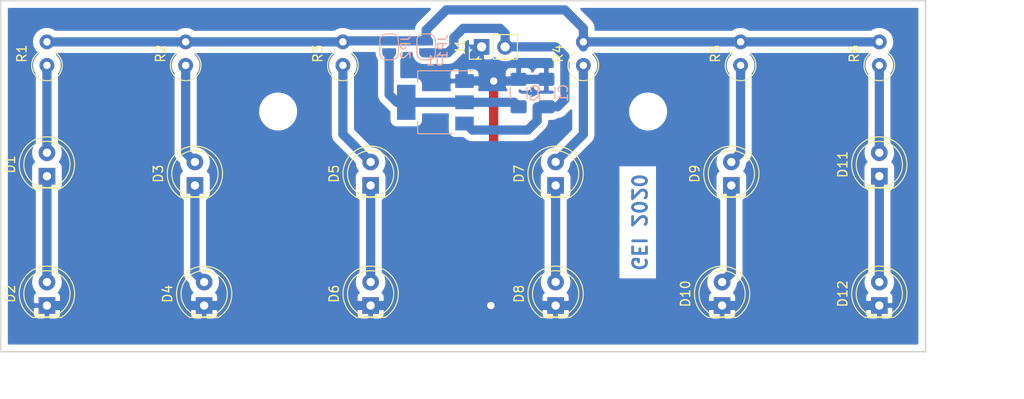
<source format=kicad_pcb>
(kicad_pcb (version 20171130) (host pcbnew 5.1.5-52549c5~84~ubuntu18.04.1)

  (general
    (thickness 1.6)
    (drawings 7)
    (tracks 67)
    (zones 0)
    (modules 26)
    (nets 17)
  )

  (page A4)
  (title_block
    (title Carte_LED)
    (date 2019-10-24)
    (rev 1.0)
    (company INSA-GEI)
  )

  (layers
    (0 F.Cu signal)
    (31 B.Cu signal)
    (32 B.Adhes user)
    (33 F.Adhes user)
    (34 B.Paste user)
    (35 F.Paste user)
    (36 B.SilkS user)
    (37 F.SilkS user)
    (38 B.Mask user)
    (39 F.Mask user)
    (40 Dwgs.User user)
    (41 Cmts.User user)
    (42 Eco1.User user)
    (43 Eco2.User user)
    (44 Edge.Cuts user)
    (45 Margin user)
    (46 B.CrtYd user)
    (47 F.CrtYd user)
    (48 B.Fab user hide)
    (49 F.Fab user)
  )

  (setup
    (last_trace_width 0.25)
    (user_trace_width 0.3)
    (user_trace_width 0.4)
    (user_trace_width 0.5)
    (user_trace_width 0.7)
    (user_trace_width 1)
    (user_trace_width 1.5)
    (trace_clearance 0.2)
    (zone_clearance 1)
    (zone_45_only yes)
    (trace_min 0.2)
    (via_size 0.8)
    (via_drill 0.4)
    (via_min_size 0.4)
    (via_min_drill 0.3)
    (user_via 1.5 0.7)
    (user_via 1.6 0.8)
    (uvia_size 0.3)
    (uvia_drill 0.1)
    (uvias_allowed no)
    (uvia_min_size 0.2)
    (uvia_min_drill 0.1)
    (edge_width 0.05)
    (segment_width 0.2)
    (pcb_text_width 0.3)
    (pcb_text_size 1.5 1.5)
    (mod_edge_width 0.12)
    (mod_text_size 1 1)
    (mod_text_width 0.15)
    (pad_size 2.7 2.7)
    (pad_drill 2.7)
    (pad_to_mask_clearance 0.051)
    (solder_mask_min_width 0.25)
    (aux_axis_origin 0 0)
    (visible_elements FFFFFF7F)
    (pcbplotparams
      (layerselection 0x01000_fffffffe)
      (usegerberextensions false)
      (usegerberattributes false)
      (usegerberadvancedattributes false)
      (creategerberjobfile false)
      (excludeedgelayer false)
      (linewidth 0.100000)
      (plotframeref true)
      (viasonmask false)
      (mode 1)
      (useauxorigin false)
      (hpglpennumber 1)
      (hpglpenspeed 20)
      (hpglpendiameter 15.000000)
      (psnegative false)
      (psa4output false)
      (plotreference true)
      (plotvalue true)
      (plotinvisibletext false)
      (padsonsilk false)
      (subtractmaskfromsilk false)
      (outputformat 4)
      (mirror true)
      (drillshape 2)
      (scaleselection 1)
      (outputdirectory "PDF/"))
  )

  (net 0 "")
  (net 1 "Net-(D1-Pad1)")
  (net 2 "Net-(D3-Pad1)")
  (net 3 "Net-(D5-Pad1)")
  (net 4 "Net-(D7-Pad1)")
  (net 5 GND)
  (net 6 +BATT)
  (net 7 "Net-(D1-Pad2)")
  (net 8 "Net-(C2-Pad1)")
  (net 9 "Net-(D3-Pad2)")
  (net 10 "Net-(D5-Pad2)")
  (net 11 "Net-(D7-Pad2)")
  (net 12 "Net-(D9-Pad2)")
  (net 13 "Net-(D10-Pad2)")
  (net 14 "Net-(D11-Pad2)")
  (net 15 "Net-(D11-Pad1)")
  (net 16 +5V)

  (net_class Default "This is the default net class."
    (clearance 0.2)
    (trace_width 0.25)
    (via_dia 0.8)
    (via_drill 0.4)
    (uvia_dia 0.3)
    (uvia_drill 0.1)
    (add_net +5V)
    (add_net +BATT)
    (add_net GND)
    (add_net "Net-(C2-Pad1)")
    (add_net "Net-(D1-Pad1)")
    (add_net "Net-(D1-Pad2)")
    (add_net "Net-(D10-Pad2)")
    (add_net "Net-(D11-Pad1)")
    (add_net "Net-(D11-Pad2)")
    (add_net "Net-(D3-Pad1)")
    (add_net "Net-(D3-Pad2)")
    (add_net "Net-(D5-Pad1)")
    (add_net "Net-(D5-Pad2)")
    (add_net "Net-(D7-Pad1)")
    (add_net "Net-(D7-Pad2)")
    (add_net "Net-(D9-Pad2)")
  )

  (module Connector_PinHeader_2.54mm:PinHeader_1x02_P2.54mm_Vertical (layer F.Cu) (tedit 59FED5CC) (tstamp 5DB1B634)
    (at 127 55 90)
    (descr "Through hole straight pin header, 1x02, 2.54mm pitch, single row")
    (tags "Through hole pin header THT 1x02 2.54mm single row")
    (path /5DB286DE)
    (fp_text reference J1 (at 0 -2.33 90) (layer F.SilkS)
      (effects (font (size 1 1) (thickness 0.15)))
    )
    (fp_text value Conn_01x02 (at 0 4.87 90) (layer F.Fab) hide
      (effects (font (size 1 1) (thickness 0.15)))
    )
    (fp_line (start -0.635 -1.27) (end 1.27 -1.27) (layer F.Fab) (width 0.1))
    (fp_line (start 1.27 -1.27) (end 1.27 3.81) (layer F.Fab) (width 0.1))
    (fp_line (start 1.27 3.81) (end -1.27 3.81) (layer F.Fab) (width 0.1))
    (fp_line (start -1.27 3.81) (end -1.27 -0.635) (layer F.Fab) (width 0.1))
    (fp_line (start -1.27 -0.635) (end -0.635 -1.27) (layer F.Fab) (width 0.1))
    (fp_line (start -1.33 3.87) (end 1.33 3.87) (layer F.SilkS) (width 0.12))
    (fp_line (start -1.33 1.27) (end -1.33 3.87) (layer F.SilkS) (width 0.12))
    (fp_line (start 1.33 1.27) (end 1.33 3.87) (layer F.SilkS) (width 0.12))
    (fp_line (start -1.33 1.27) (end 1.33 1.27) (layer F.SilkS) (width 0.12))
    (fp_line (start -1.33 0) (end -1.33 -1.33) (layer F.SilkS) (width 0.12))
    (fp_line (start -1.33 -1.33) (end 0 -1.33) (layer F.SilkS) (width 0.12))
    (fp_line (start -1.8 -1.8) (end -1.8 4.35) (layer F.CrtYd) (width 0.05))
    (fp_line (start -1.8 4.35) (end 1.8 4.35) (layer F.CrtYd) (width 0.05))
    (fp_line (start 1.8 4.35) (end 1.8 -1.8) (layer F.CrtYd) (width 0.05))
    (fp_line (start 1.8 -1.8) (end -1.8 -1.8) (layer F.CrtYd) (width 0.05))
    (fp_text user %R (at 0 1.27) (layer F.Fab) hide
      (effects (font (size 1 1) (thickness 0.15)))
    )
    (pad 1 thru_hole rect (at 0 0 90) (size 1.7 1.7) (drill 1) (layers *.Cu *.Mask)
      (net 5 GND))
    (pad 2 thru_hole oval (at 0 2.54 90) (size 1.7 1.7) (drill 1) (layers *.Cu *.Mask)
      (net 6 +BATT))
    (model ${KISYS3DMOD}/Connector_PinHeader_2.54mm.3dshapes/PinHeader_1x02_P2.54mm_Vertical.wrl
      (at (xyz 0 0 0))
      (scale (xyz 1 1 1))
      (rotate (xyz 0 0 0))
    )
  )

  (module MountingHole:MountingHole_2.7mm_M2.5 (layer F.Cu) (tedit 5E2F0773) (tstamp 5DB1BB49)
    (at 105 62)
    (descr "Mounting Hole 2.7mm, no annular, M2.5")
    (tags "mounting hole 2.7mm no annular m2.5")
    (path /5DB43E65)
    (attr virtual)
    (fp_text reference H1 (at 0 -3.7) (layer F.SilkS) hide
      (effects (font (size 1 1) (thickness 0.15)))
    )
    (fp_text value MountingHole (at 0 3.7) (layer F.Fab)
      (effects (font (size 1 1) (thickness 0.15)))
    )
    (fp_text user %R (at 0.3 0) (layer F.Fab)
      (effects (font (size 1 1) (thickness 0.15)))
    )
    (fp_circle (center 0 0) (end 2.7 0) (layer Cmts.User) (width 0.15))
    (fp_circle (center 0 0) (end 2.95 0) (layer F.CrtYd) (width 0.05))
    (pad "" np_thru_hole circle (at 0 0) (size 2.7 2.7) (drill 2.7) (layers *.Cu *.Mask))
  )

  (module MountingHole:MountingHole_2.7mm_M2.5 (layer F.Cu) (tedit 56D1B4CB) (tstamp 5DB1BB51)
    (at 145 62)
    (descr "Mounting Hole 2.7mm, no annular, M2.5")
    (tags "mounting hole 2.7mm no annular m2.5")
    (path /5DB44B5D)
    (attr virtual)
    (fp_text reference H2 (at 0 -3.7) (layer F.SilkS) hide
      (effects (font (size 1 1) (thickness 0.15)))
    )
    (fp_text value MountingHole (at 0 3.7) (layer F.Fab)
      (effects (font (size 1 1) (thickness 0.15)))
    )
    (fp_circle (center 0 0) (end 2.95 0) (layer F.CrtYd) (width 0.05))
    (fp_circle (center 0 0) (end 2.7 0) (layer Cmts.User) (width 0.15))
    (fp_text user %R (at 0.3 0) (layer F.Fab)
      (effects (font (size 1 1) (thickness 0.15)))
    )
    (pad 1 np_thru_hole circle (at 0 0) (size 2.7 2.7) (drill 2.7) (layers *.Cu *.Mask))
  )

  (module Jumper:SolderJumper-2_P1.3mm_Open_RoundedPad1.0x1.5mm (layer B.Cu) (tedit 5B391E66) (tstamp 5E2F04C0)
    (at 121 55 90)
    (descr "SMD Solder Jumper, 1x1.5mm, rounded Pads, 0.3mm gap, open")
    (tags "solder jumper open")
    (path /5E2F1F3A)
    (attr virtual)
    (fp_text reference JP1 (at 0 1.8 90) (layer B.SilkS)
      (effects (font (size 1 1) (thickness 0.15)) (justify mirror))
    )
    (fp_text value SolderJumper_2_Open (at 0 -1.9 90) (layer B.Fab)
      (effects (font (size 1 1) (thickness 0.15)) (justify mirror))
    )
    (fp_arc (start 0.7 0.3) (end 1.4 0.3) (angle 90) (layer B.SilkS) (width 0.12))
    (fp_arc (start 0.7 -0.3) (end 0.7 -1) (angle 90) (layer B.SilkS) (width 0.12))
    (fp_arc (start -0.7 -0.3) (end -1.4 -0.3) (angle 90) (layer B.SilkS) (width 0.12))
    (fp_arc (start -0.7 0.3) (end -0.7 1) (angle 90) (layer B.SilkS) (width 0.12))
    (fp_line (start -1.4 -0.3) (end -1.4 0.3) (layer B.SilkS) (width 0.12))
    (fp_line (start 0.7 -1) (end -0.7 -1) (layer B.SilkS) (width 0.12))
    (fp_line (start 1.4 0.3) (end 1.4 -0.3) (layer B.SilkS) (width 0.12))
    (fp_line (start -0.7 1) (end 0.7 1) (layer B.SilkS) (width 0.12))
    (fp_line (start -1.65 1.25) (end 1.65 1.25) (layer B.CrtYd) (width 0.05))
    (fp_line (start -1.65 1.25) (end -1.65 -1.25) (layer B.CrtYd) (width 0.05))
    (fp_line (start 1.65 -1.25) (end 1.65 1.25) (layer B.CrtYd) (width 0.05))
    (fp_line (start 1.65 -1.25) (end -1.65 -1.25) (layer B.CrtYd) (width 0.05))
    (pad 1 smd custom (at -0.65 0 90) (size 1 0.5) (layers B.Cu B.Mask)
      (net 6 +BATT) (zone_connect 2)
      (options (clearance outline) (anchor rect))
      (primitives
        (gr_circle (center 0 -0.25) (end 0.5 -0.25) (width 0))
        (gr_circle (center 0 0.25) (end 0.5 0.25) (width 0))
        (gr_poly (pts
           (xy 0 0.75) (xy 0.5 0.75) (xy 0.5 -0.75) (xy 0 -0.75)) (width 0))
      ))
    (pad 2 smd custom (at 0.65 0 90) (size 1 0.5) (layers B.Cu B.Mask)
      (net 16 +5V) (zone_connect 2)
      (options (clearance outline) (anchor rect))
      (primitives
        (gr_circle (center 0 -0.25) (end 0.5 -0.25) (width 0))
        (gr_circle (center 0 0.25) (end 0.5 0.25) (width 0))
        (gr_poly (pts
           (xy 0 0.75) (xy -0.5 0.75) (xy -0.5 -0.75) (xy 0 -0.75)) (width 0))
      ))
  )

  (module Jumper:SolderJumper-2_P1.3mm_Open_RoundedPad1.0x1.5mm (layer B.Cu) (tedit 5B391E66) (tstamp 5E2F04D2)
    (at 117 55 90)
    (descr "SMD Solder Jumper, 1x1.5mm, rounded Pads, 0.3mm gap, open")
    (tags "solder jumper open")
    (path /5E2F3C63)
    (attr virtual)
    (fp_text reference JP2 (at 0 1.8 90) (layer B.SilkS)
      (effects (font (size 1 1) (thickness 0.15)) (justify mirror))
    )
    (fp_text value SolderJumper_2_Open (at 0 -1.9 90) (layer B.Fab)
      (effects (font (size 1 1) (thickness 0.15)) (justify mirror))
    )
    (fp_line (start 1.65 -1.25) (end -1.65 -1.25) (layer B.CrtYd) (width 0.05))
    (fp_line (start 1.65 -1.25) (end 1.65 1.25) (layer B.CrtYd) (width 0.05))
    (fp_line (start -1.65 1.25) (end -1.65 -1.25) (layer B.CrtYd) (width 0.05))
    (fp_line (start -1.65 1.25) (end 1.65 1.25) (layer B.CrtYd) (width 0.05))
    (fp_line (start -0.7 1) (end 0.7 1) (layer B.SilkS) (width 0.12))
    (fp_line (start 1.4 0.3) (end 1.4 -0.3) (layer B.SilkS) (width 0.12))
    (fp_line (start 0.7 -1) (end -0.7 -1) (layer B.SilkS) (width 0.12))
    (fp_line (start -1.4 -0.3) (end -1.4 0.3) (layer B.SilkS) (width 0.12))
    (fp_arc (start -0.7 0.3) (end -0.7 1) (angle 90) (layer B.SilkS) (width 0.12))
    (fp_arc (start -0.7 -0.3) (end -1.4 -0.3) (angle 90) (layer B.SilkS) (width 0.12))
    (fp_arc (start 0.7 -0.3) (end 0.7 -1) (angle 90) (layer B.SilkS) (width 0.12))
    (fp_arc (start 0.7 0.3) (end 1.4 0.3) (angle 90) (layer B.SilkS) (width 0.12))
    (pad 2 smd custom (at 0.65 0 90) (size 1 0.5) (layers B.Cu B.Mask)
      (net 16 +5V) (zone_connect 2)
      (options (clearance outline) (anchor rect))
      (primitives
        (gr_circle (center 0 -0.25) (end 0.5 -0.25) (width 0))
        (gr_circle (center 0 0.25) (end 0.5 0.25) (width 0))
        (gr_poly (pts
           (xy 0 0.75) (xy -0.5 0.75) (xy -0.5 -0.75) (xy 0 -0.75)) (width 0))
      ))
    (pad 1 smd custom (at -0.65 0 90) (size 1 0.5) (layers B.Cu B.Mask)
      (net 8 "Net-(C2-Pad1)") (zone_connect 2)
      (options (clearance outline) (anchor rect))
      (primitives
        (gr_circle (center 0 -0.25) (end 0.5 -0.25) (width 0))
        (gr_circle (center 0 0.25) (end 0.5 0.25) (width 0))
        (gr_poly (pts
           (xy 0 0.75) (xy 0.5 0.75) (xy 0.5 -0.75) (xy 0 -0.75)) (width 0))
      ))
  )

  (module Resistor_THT:R_Axial_DIN0309_L9.0mm_D3.2mm_P2.54mm_Vertical (layer F.Cu) (tedit 5AE5139B) (tstamp 5E2F075E)
    (at 80 57 90)
    (descr "Resistor, Axial_DIN0309 series, Axial, Vertical, pin pitch=2.54mm, 0.5W = 1/2W, length*diameter=9*3.2mm^2, http://cdn-reichelt.de/documents/datenblatt/B400/1_4W%23YAG.pdf")
    (tags "Resistor Axial_DIN0309 series Axial Vertical pin pitch 2.54mm 0.5W = 1/2W length 9mm diameter 3.2mm")
    (path /5DB3D9FC)
    (fp_text reference R1 (at 1.27 -2.72 90) (layer F.SilkS)
      (effects (font (size 1 1) (thickness 0.15)))
    )
    (fp_text value 10R (at 1.27 2.72 90) (layer F.Fab)
      (effects (font (size 1 1) (thickness 0.15)))
    )
    (fp_arc (start 0 0) (end 1.453272 -0.8) (angle -295.326041) (layer F.SilkS) (width 0.12))
    (fp_circle (center 0 0) (end 1.6 0) (layer F.Fab) (width 0.1))
    (fp_line (start 0 0) (end 2.54 0) (layer F.Fab) (width 0.1))
    (fp_line (start -1.85 -1.85) (end -1.85 1.85) (layer F.CrtYd) (width 0.05))
    (fp_line (start -1.85 1.85) (end 3.59 1.85) (layer F.CrtYd) (width 0.05))
    (fp_line (start 3.59 1.85) (end 3.59 -1.85) (layer F.CrtYd) (width 0.05))
    (fp_line (start 3.59 -1.85) (end -1.85 -1.85) (layer F.CrtYd) (width 0.05))
    (fp_text user %R (at 1.27 -2.72 90) (layer F.Fab)
      (effects (font (size 1 1) (thickness 0.15)))
    )
    (pad 1 thru_hole circle (at 0 0 90) (size 1.6 1.6) (drill 0.8) (layers *.Cu *.Mask)
      (net 7 "Net-(D1-Pad2)"))
    (pad 2 thru_hole oval (at 2.54 0 90) (size 1.6 1.6) (drill 0.8) (layers *.Cu *.Mask)
      (net 16 +5V))
    (model ${KISYS3DMOD}/Resistor_THT.3dshapes/R_Axial_DIN0309_L9.0mm_D3.2mm_P2.54mm_Vertical.wrl
      (at (xyz 0 0 0))
      (scale (xyz 1 1 1))
      (rotate (xyz 0 0 0))
    )
  )

  (module Capacitor_SMD:C_1206_3216Metric_Pad1.42x1.75mm_HandSolder (layer B.Cu) (tedit 5B301BBE) (tstamp 5E2F0BF3)
    (at 134 60 90)
    (descr "Capacitor SMD 1206 (3216 Metric), square (rectangular) end terminal, IPC_7351 nominal with elongated pad for handsoldering. (Body size source: http://www.tortai-tech.com/upload/download/2011102023233369053.pdf), generated with kicad-footprint-generator")
    (tags "capacitor handsolder")
    (path /5E2F92A1)
    (attr smd)
    (fp_text reference C1 (at 0 1.82 90) (layer B.SilkS)
      (effects (font (size 1 1) (thickness 0.15)) (justify mirror))
    )
    (fp_text value 4.7µF (at 0 -1.82 90) (layer B.Fab)
      (effects (font (size 1 1) (thickness 0.15)) (justify mirror))
    )
    (fp_text user %R (at 0 0 90) (layer B.Fab)
      (effects (font (size 0.8 0.8) (thickness 0.12)) (justify mirror))
    )
    (fp_line (start 2.45 -1.12) (end -2.45 -1.12) (layer B.CrtYd) (width 0.05))
    (fp_line (start 2.45 1.12) (end 2.45 -1.12) (layer B.CrtYd) (width 0.05))
    (fp_line (start -2.45 1.12) (end 2.45 1.12) (layer B.CrtYd) (width 0.05))
    (fp_line (start -2.45 -1.12) (end -2.45 1.12) (layer B.CrtYd) (width 0.05))
    (fp_line (start -0.602064 -0.91) (end 0.602064 -0.91) (layer B.SilkS) (width 0.12))
    (fp_line (start -0.602064 0.91) (end 0.602064 0.91) (layer B.SilkS) (width 0.12))
    (fp_line (start 1.6 -0.8) (end -1.6 -0.8) (layer B.Fab) (width 0.1))
    (fp_line (start 1.6 0.8) (end 1.6 -0.8) (layer B.Fab) (width 0.1))
    (fp_line (start -1.6 0.8) (end 1.6 0.8) (layer B.Fab) (width 0.1))
    (fp_line (start -1.6 -0.8) (end -1.6 0.8) (layer B.Fab) (width 0.1))
    (pad 2 smd roundrect (at 1.4875 0 90) (size 1.425 1.75) (layers B.Cu B.Paste B.Mask) (roundrect_rratio 0.175439)
      (net 5 GND))
    (pad 1 smd roundrect (at -1.4875 0 90) (size 1.425 1.75) (layers B.Cu B.Paste B.Mask) (roundrect_rratio 0.175439)
      (net 6 +BATT))
    (model ${KISYS3DMOD}/Capacitor_SMD.3dshapes/C_1206_3216Metric.wrl
      (at (xyz 0 0 0))
      (scale (xyz 1 1 1))
      (rotate (xyz 0 0 0))
    )
  )

  (module Capacitor_SMD:C_1206_3216Metric_Pad1.42x1.75mm_HandSolder (layer B.Cu) (tedit 5B301BBE) (tstamp 5E2F0C04)
    (at 131 60 90)
    (descr "Capacitor SMD 1206 (3216 Metric), square (rectangular) end terminal, IPC_7351 nominal with elongated pad for handsoldering. (Body size source: http://www.tortai-tech.com/upload/download/2011102023233369053.pdf), generated with kicad-footprint-generator")
    (tags "capacitor handsolder")
    (path /5E2F9B24)
    (attr smd)
    (fp_text reference C2 (at 0 1.82 90) (layer B.SilkS)
      (effects (font (size 1 1) (thickness 0.15)) (justify mirror))
    )
    (fp_text value 4.7µF (at 0 -1.82 90) (layer B.Fab)
      (effects (font (size 1 1) (thickness 0.15)) (justify mirror))
    )
    (fp_line (start -1.6 -0.8) (end -1.6 0.8) (layer B.Fab) (width 0.1))
    (fp_line (start -1.6 0.8) (end 1.6 0.8) (layer B.Fab) (width 0.1))
    (fp_line (start 1.6 0.8) (end 1.6 -0.8) (layer B.Fab) (width 0.1))
    (fp_line (start 1.6 -0.8) (end -1.6 -0.8) (layer B.Fab) (width 0.1))
    (fp_line (start -0.602064 0.91) (end 0.602064 0.91) (layer B.SilkS) (width 0.12))
    (fp_line (start -0.602064 -0.91) (end 0.602064 -0.91) (layer B.SilkS) (width 0.12))
    (fp_line (start -2.45 -1.12) (end -2.45 1.12) (layer B.CrtYd) (width 0.05))
    (fp_line (start -2.45 1.12) (end 2.45 1.12) (layer B.CrtYd) (width 0.05))
    (fp_line (start 2.45 1.12) (end 2.45 -1.12) (layer B.CrtYd) (width 0.05))
    (fp_line (start 2.45 -1.12) (end -2.45 -1.12) (layer B.CrtYd) (width 0.05))
    (fp_text user %R (at 0 0 90) (layer B.Fab)
      (effects (font (size 0.8 0.8) (thickness 0.12)) (justify mirror))
    )
    (pad 1 smd roundrect (at -1.4875 0 90) (size 1.425 1.75) (layers B.Cu B.Paste B.Mask) (roundrect_rratio 0.175439)
      (net 8 "Net-(C2-Pad1)"))
    (pad 2 smd roundrect (at 1.4875 0 90) (size 1.425 1.75) (layers B.Cu B.Paste B.Mask) (roundrect_rratio 0.175439)
      (net 5 GND))
    (model ${KISYS3DMOD}/Capacitor_SMD.3dshapes/C_1206_3216Metric.wrl
      (at (xyz 0 0 0))
      (scale (xyz 1 1 1))
      (rotate (xyz 0 0 0))
    )
  )

  (module LED_THT:LED_D5.0mm_Clear (layer F.Cu) (tedit 5A6C9BC0) (tstamp 5E2F0C16)
    (at 80 69 90)
    (descr "LED, diameter 5.0mm, 2 pins, http://cdn-reichelt.de/documents/datenblatt/A500/LL-504BC2E-009.pdf")
    (tags "LED diameter 5.0mm 2 pins")
    (path /5E3074BF)
    (fp_text reference D1 (at 1.27 -3.96 90) (layer F.SilkS)
      (effects (font (size 1 1) (thickness 0.15)))
    )
    (fp_text value VLCS5830 (at 1.5 3.96 90) (layer F.Fab)
      (effects (font (size 1 1) (thickness 0.15)))
    )
    (fp_arc (start 1.27 0) (end -1.29 1.54483) (angle -148.9) (layer F.SilkS) (width 0.12))
    (fp_arc (start 1.27 0) (end -1.29 -1.54483) (angle 148.9) (layer F.SilkS) (width 0.12))
    (fp_arc (start 1.27 0) (end -1.23 -1.469694) (angle 299.1) (layer F.Fab) (width 0.1))
    (fp_circle (center 1.27 0) (end 3.77 0) (layer F.SilkS) (width 0.12))
    (fp_circle (center 1.27 0) (end 3.77 0) (layer F.Fab) (width 0.1))
    (fp_line (start 4.5 -3.25) (end -1.95 -3.25) (layer F.CrtYd) (width 0.05))
    (fp_line (start 4.5 3.25) (end 4.5 -3.25) (layer F.CrtYd) (width 0.05))
    (fp_line (start -1.95 3.25) (end 4.5 3.25) (layer F.CrtYd) (width 0.05))
    (fp_line (start -1.95 -3.25) (end -1.95 3.25) (layer F.CrtYd) (width 0.05))
    (fp_line (start -1.29 -1.545) (end -1.29 1.545) (layer F.SilkS) (width 0.12))
    (fp_line (start -1.23 -1.469694) (end -1.23 1.469694) (layer F.Fab) (width 0.1))
    (fp_text user %R (at 1.25 0 90) (layer F.Fab)
      (effects (font (size 0.8 0.8) (thickness 0.2)))
    )
    (pad 2 thru_hole circle (at 2.54 0 90) (size 1.8 1.8) (drill 0.9) (layers *.Cu *.Mask)
      (net 7 "Net-(D1-Pad2)"))
    (pad 1 thru_hole rect (at 0 0 90) (size 1.8 1.8) (drill 0.9) (layers *.Cu *.Mask)
      (net 1 "Net-(D1-Pad1)"))
    (model ${KISYS3DMOD}/LED_THT.3dshapes/LED_D5.0mm_Clear.wrl
      (at (xyz 0 0 0))
      (scale (xyz 1 1 1))
      (rotate (xyz 0 0 0))
    )
  )

  (module LED_THT:LED_D5.0mm_Clear (layer F.Cu) (tedit 5A6C9BC0) (tstamp 5E2F0C28)
    (at 80 83 90)
    (descr "LED, diameter 5.0mm, 2 pins, http://cdn-reichelt.de/documents/datenblatt/A500/LL-504BC2E-009.pdf")
    (tags "LED diameter 5.0mm 2 pins")
    (path /5E307AE6)
    (fp_text reference D2 (at 1.27 -3.96 90) (layer F.SilkS)
      (effects (font (size 1 1) (thickness 0.15)))
    )
    (fp_text value VLCS5830 (at 1.27 3.96 90) (layer F.Fab)
      (effects (font (size 1 1) (thickness 0.15)))
    )
    (fp_text user %R (at 1.25 0 90) (layer F.Fab)
      (effects (font (size 0.8 0.8) (thickness 0.2)))
    )
    (fp_line (start -1.23 -1.469694) (end -1.23 1.469694) (layer F.Fab) (width 0.1))
    (fp_line (start -1.29 -1.545) (end -1.29 1.545) (layer F.SilkS) (width 0.12))
    (fp_line (start -1.95 -3.25) (end -1.95 3.25) (layer F.CrtYd) (width 0.05))
    (fp_line (start -1.95 3.25) (end 4.5 3.25) (layer F.CrtYd) (width 0.05))
    (fp_line (start 4.5 3.25) (end 4.5 -3.25) (layer F.CrtYd) (width 0.05))
    (fp_line (start 4.5 -3.25) (end -1.95 -3.25) (layer F.CrtYd) (width 0.05))
    (fp_circle (center 1.27 0) (end 3.77 0) (layer F.Fab) (width 0.1))
    (fp_circle (center 1.27 0) (end 3.77 0) (layer F.SilkS) (width 0.12))
    (fp_arc (start 1.27 0) (end -1.23 -1.469694) (angle 299.1) (layer F.Fab) (width 0.1))
    (fp_arc (start 1.27 0) (end -1.29 -1.54483) (angle 148.9) (layer F.SilkS) (width 0.12))
    (fp_arc (start 1.27 0) (end -1.29 1.54483) (angle -148.9) (layer F.SilkS) (width 0.12))
    (pad 1 thru_hole rect (at 0 0 90) (size 1.8 1.8) (drill 0.9) (layers *.Cu *.Mask)
      (net 5 GND))
    (pad 2 thru_hole circle (at 2.54 0 90) (size 1.8 1.8) (drill 0.9) (layers *.Cu *.Mask)
      (net 1 "Net-(D1-Pad1)"))
    (model ${KISYS3DMOD}/LED_THT.3dshapes/LED_D5.0mm_Clear.wrl
      (at (xyz 0 0 0))
      (scale (xyz 1 1 1))
      (rotate (xyz 0 0 0))
    )
  )

  (module LED_THT:LED_D5.0mm_Clear (layer F.Cu) (tedit 5A6C9BC0) (tstamp 5E2F0C3A)
    (at 96 70 90)
    (descr "LED, diameter 5.0mm, 2 pins, http://cdn-reichelt.de/documents/datenblatt/A500/LL-504BC2E-009.pdf")
    (tags "LED diameter 5.0mm 2 pins")
    (path /5E3095DE)
    (fp_text reference D3 (at 1.27 -3.96 90) (layer F.SilkS)
      (effects (font (size 1 1) (thickness 0.15)))
    )
    (fp_text value VLCS5830 (at 1.27 3.96 90) (layer F.Fab)
      (effects (font (size 1 1) (thickness 0.15)))
    )
    (fp_arc (start 1.27 0) (end -1.29 1.54483) (angle -148.9) (layer F.SilkS) (width 0.12))
    (fp_arc (start 1.27 0) (end -1.29 -1.54483) (angle 148.9) (layer F.SilkS) (width 0.12))
    (fp_arc (start 1.27 0) (end -1.23 -1.469694) (angle 299.1) (layer F.Fab) (width 0.1))
    (fp_circle (center 1.27 0) (end 3.77 0) (layer F.SilkS) (width 0.12))
    (fp_circle (center 1.27 0) (end 3.77 0) (layer F.Fab) (width 0.1))
    (fp_line (start 4.5 -3.25) (end -1.95 -3.25) (layer F.CrtYd) (width 0.05))
    (fp_line (start 4.5 3.25) (end 4.5 -3.25) (layer F.CrtYd) (width 0.05))
    (fp_line (start -1.95 3.25) (end 4.5 3.25) (layer F.CrtYd) (width 0.05))
    (fp_line (start -1.95 -3.25) (end -1.95 3.25) (layer F.CrtYd) (width 0.05))
    (fp_line (start -1.29 -1.545) (end -1.29 1.545) (layer F.SilkS) (width 0.12))
    (fp_line (start -1.23 -1.469694) (end -1.23 1.469694) (layer F.Fab) (width 0.1))
    (fp_text user %R (at 1.25 0 90) (layer F.Fab)
      (effects (font (size 0.8 0.8) (thickness 0.2)))
    )
    (pad 2 thru_hole circle (at 2.54 0 90) (size 1.8 1.8) (drill 0.9) (layers *.Cu *.Mask)
      (net 9 "Net-(D3-Pad2)"))
    (pad 1 thru_hole rect (at 0 0 90) (size 1.8 1.8) (drill 0.9) (layers *.Cu *.Mask)
      (net 2 "Net-(D3-Pad1)"))
    (model ${KISYS3DMOD}/LED_THT.3dshapes/LED_D5.0mm_Clear.wrl
      (at (xyz 0 0 0))
      (scale (xyz 1 1 1))
      (rotate (xyz 0 0 0))
    )
  )

  (module LED_THT:LED_D5.0mm_Clear (layer F.Cu) (tedit 5A6C9BC0) (tstamp 5E2F0C4C)
    (at 97 83 90)
    (descr "LED, diameter 5.0mm, 2 pins, http://cdn-reichelt.de/documents/datenblatt/A500/LL-504BC2E-009.pdf")
    (tags "LED diameter 5.0mm 2 pins")
    (path /5E3095E4)
    (fp_text reference D4 (at 1.27 -3.96 90) (layer F.SilkS)
      (effects (font (size 1 1) (thickness 0.15)))
    )
    (fp_text value VLCS5830 (at 1.27 3.96 90) (layer F.Fab)
      (effects (font (size 1 1) (thickness 0.15)))
    )
    (fp_text user %R (at 1.25 0 90) (layer F.Fab)
      (effects (font (size 0.8 0.8) (thickness 0.2)))
    )
    (fp_line (start -1.23 -1.469694) (end -1.23 1.469694) (layer F.Fab) (width 0.1))
    (fp_line (start -1.29 -1.545) (end -1.29 1.545) (layer F.SilkS) (width 0.12))
    (fp_line (start -1.95 -3.25) (end -1.95 3.25) (layer F.CrtYd) (width 0.05))
    (fp_line (start -1.95 3.25) (end 4.5 3.25) (layer F.CrtYd) (width 0.05))
    (fp_line (start 4.5 3.25) (end 4.5 -3.25) (layer F.CrtYd) (width 0.05))
    (fp_line (start 4.5 -3.25) (end -1.95 -3.25) (layer F.CrtYd) (width 0.05))
    (fp_circle (center 1.27 0) (end 3.77 0) (layer F.Fab) (width 0.1))
    (fp_circle (center 1.27 0) (end 3.77 0) (layer F.SilkS) (width 0.12))
    (fp_arc (start 1.27 0) (end -1.23 -1.469694) (angle 299.1) (layer F.Fab) (width 0.1))
    (fp_arc (start 1.27 0) (end -1.29 -1.54483) (angle 148.9) (layer F.SilkS) (width 0.12))
    (fp_arc (start 1.27 0) (end -1.29 1.54483) (angle -148.9) (layer F.SilkS) (width 0.12))
    (pad 1 thru_hole rect (at 0 0 90) (size 1.8 1.8) (drill 0.9) (layers *.Cu *.Mask)
      (net 5 GND))
    (pad 2 thru_hole circle (at 2.54 0 90) (size 1.8 1.8) (drill 0.9) (layers *.Cu *.Mask)
      (net 2 "Net-(D3-Pad1)"))
    (model ${KISYS3DMOD}/LED_THT.3dshapes/LED_D5.0mm_Clear.wrl
      (at (xyz 0 0 0))
      (scale (xyz 1 1 1))
      (rotate (xyz 0 0 0))
    )
  )

  (module LED_THT:LED_D5.0mm_Clear (layer F.Cu) (tedit 5A6C9BC0) (tstamp 5E2F0C5E)
    (at 115 70 90)
    (descr "LED, diameter 5.0mm, 2 pins, http://cdn-reichelt.de/documents/datenblatt/A500/LL-504BC2E-009.pdf")
    (tags "LED diameter 5.0mm 2 pins")
    (path /5E30A39D)
    (fp_text reference D5 (at 1.27 -3.96 90) (layer F.SilkS)
      (effects (font (size 1 1) (thickness 0.15)))
    )
    (fp_text value VLCS5830 (at 1.27 3.96 90) (layer F.Fab)
      (effects (font (size 1 1) (thickness 0.15)))
    )
    (fp_arc (start 1.27 0) (end -1.29 1.54483) (angle -148.9) (layer F.SilkS) (width 0.12))
    (fp_arc (start 1.27 0) (end -1.29 -1.54483) (angle 148.9) (layer F.SilkS) (width 0.12))
    (fp_arc (start 1.27 0) (end -1.23 -1.469694) (angle 299.1) (layer F.Fab) (width 0.1))
    (fp_circle (center 1.27 0) (end 3.77 0) (layer F.SilkS) (width 0.12))
    (fp_circle (center 1.27 0) (end 3.77 0) (layer F.Fab) (width 0.1))
    (fp_line (start 4.5 -3.25) (end -1.95 -3.25) (layer F.CrtYd) (width 0.05))
    (fp_line (start 4.5 3.25) (end 4.5 -3.25) (layer F.CrtYd) (width 0.05))
    (fp_line (start -1.95 3.25) (end 4.5 3.25) (layer F.CrtYd) (width 0.05))
    (fp_line (start -1.95 -3.25) (end -1.95 3.25) (layer F.CrtYd) (width 0.05))
    (fp_line (start -1.29 -1.545) (end -1.29 1.545) (layer F.SilkS) (width 0.12))
    (fp_line (start -1.23 -1.469694) (end -1.23 1.469694) (layer F.Fab) (width 0.1))
    (fp_text user %R (at 1.25 0 90) (layer F.Fab)
      (effects (font (size 0.8 0.8) (thickness 0.2)))
    )
    (pad 2 thru_hole circle (at 2.54 0 90) (size 1.8 1.8) (drill 0.9) (layers *.Cu *.Mask)
      (net 10 "Net-(D5-Pad2)"))
    (pad 1 thru_hole rect (at 0 0 90) (size 1.8 1.8) (drill 0.9) (layers *.Cu *.Mask)
      (net 3 "Net-(D5-Pad1)"))
    (model ${KISYS3DMOD}/LED_THT.3dshapes/LED_D5.0mm_Clear.wrl
      (at (xyz 0 0 0))
      (scale (xyz 1 1 1))
      (rotate (xyz 0 0 0))
    )
  )

  (module LED_THT:LED_D5.0mm_Clear (layer F.Cu) (tedit 5A6C9BC0) (tstamp 5E2F0C70)
    (at 115 83 90)
    (descr "LED, diameter 5.0mm, 2 pins, http://cdn-reichelt.de/documents/datenblatt/A500/LL-504BC2E-009.pdf")
    (tags "LED diameter 5.0mm 2 pins")
    (path /5E30A3A3)
    (fp_text reference D6 (at 1.27 -3.96 90) (layer F.SilkS)
      (effects (font (size 1 1) (thickness 0.15)))
    )
    (fp_text value VLCS5830 (at 1.27 3.96 90) (layer F.Fab)
      (effects (font (size 1 1) (thickness 0.15)))
    )
    (fp_text user %R (at 1.25 0 90) (layer F.Fab)
      (effects (font (size 0.8 0.8) (thickness 0.2)))
    )
    (fp_line (start -1.23 -1.469694) (end -1.23 1.469694) (layer F.Fab) (width 0.1))
    (fp_line (start -1.29 -1.545) (end -1.29 1.545) (layer F.SilkS) (width 0.12))
    (fp_line (start -1.95 -3.25) (end -1.95 3.25) (layer F.CrtYd) (width 0.05))
    (fp_line (start -1.95 3.25) (end 4.5 3.25) (layer F.CrtYd) (width 0.05))
    (fp_line (start 4.5 3.25) (end 4.5 -3.25) (layer F.CrtYd) (width 0.05))
    (fp_line (start 4.5 -3.25) (end -1.95 -3.25) (layer F.CrtYd) (width 0.05))
    (fp_circle (center 1.27 0) (end 3.77 0) (layer F.Fab) (width 0.1))
    (fp_circle (center 1.27 0) (end 3.77 0) (layer F.SilkS) (width 0.12))
    (fp_arc (start 1.27 0) (end -1.23 -1.469694) (angle 299.1) (layer F.Fab) (width 0.1))
    (fp_arc (start 1.27 0) (end -1.29 -1.54483) (angle 148.9) (layer F.SilkS) (width 0.12))
    (fp_arc (start 1.27 0) (end -1.29 1.54483) (angle -148.9) (layer F.SilkS) (width 0.12))
    (pad 1 thru_hole rect (at 0 0 90) (size 1.8 1.8) (drill 0.9) (layers *.Cu *.Mask)
      (net 5 GND))
    (pad 2 thru_hole circle (at 2.54 0 90) (size 1.8 1.8) (drill 0.9) (layers *.Cu *.Mask)
      (net 3 "Net-(D5-Pad1)"))
    (model ${KISYS3DMOD}/LED_THT.3dshapes/LED_D5.0mm_Clear.wrl
      (at (xyz 0 0 0))
      (scale (xyz 1 1 1))
      (rotate (xyz 0 0 0))
    )
  )

  (module LED_THT:LED_D5.0mm_Clear (layer F.Cu) (tedit 5A6C9BC0) (tstamp 5E2F0C82)
    (at 135 70 90)
    (descr "LED, diameter 5.0mm, 2 pins, http://cdn-reichelt.de/documents/datenblatt/A500/LL-504BC2E-009.pdf")
    (tags "LED diameter 5.0mm 2 pins")
    (path /5E30B549)
    (fp_text reference D7 (at 1.27 -3.96 90) (layer F.SilkS)
      (effects (font (size 1 1) (thickness 0.15)))
    )
    (fp_text value VLCS5830 (at 1.27 3.96 90) (layer F.Fab)
      (effects (font (size 1 1) (thickness 0.15)))
    )
    (fp_arc (start 1.27 0) (end -1.29 1.54483) (angle -148.9) (layer F.SilkS) (width 0.12))
    (fp_arc (start 1.27 0) (end -1.29 -1.54483) (angle 148.9) (layer F.SilkS) (width 0.12))
    (fp_arc (start 1.27 0) (end -1.23 -1.469694) (angle 299.1) (layer F.Fab) (width 0.1))
    (fp_circle (center 1.27 0) (end 3.77 0) (layer F.SilkS) (width 0.12))
    (fp_circle (center 1.27 0) (end 3.77 0) (layer F.Fab) (width 0.1))
    (fp_line (start 4.5 -3.25) (end -1.95 -3.25) (layer F.CrtYd) (width 0.05))
    (fp_line (start 4.5 3.25) (end 4.5 -3.25) (layer F.CrtYd) (width 0.05))
    (fp_line (start -1.95 3.25) (end 4.5 3.25) (layer F.CrtYd) (width 0.05))
    (fp_line (start -1.95 -3.25) (end -1.95 3.25) (layer F.CrtYd) (width 0.05))
    (fp_line (start -1.29 -1.545) (end -1.29 1.545) (layer F.SilkS) (width 0.12))
    (fp_line (start -1.23 -1.469694) (end -1.23 1.469694) (layer F.Fab) (width 0.1))
    (fp_text user %R (at 1.25 0 90) (layer F.Fab)
      (effects (font (size 0.8 0.8) (thickness 0.2)))
    )
    (pad 2 thru_hole circle (at 2.54 0 90) (size 1.8 1.8) (drill 0.9) (layers *.Cu *.Mask)
      (net 11 "Net-(D7-Pad2)"))
    (pad 1 thru_hole rect (at 0 0 90) (size 1.8 1.8) (drill 0.9) (layers *.Cu *.Mask)
      (net 4 "Net-(D7-Pad1)"))
    (model ${KISYS3DMOD}/LED_THT.3dshapes/LED_D5.0mm_Clear.wrl
      (at (xyz 0 0 0))
      (scale (xyz 1 1 1))
      (rotate (xyz 0 0 0))
    )
  )

  (module LED_THT:LED_D5.0mm_Clear (layer F.Cu) (tedit 5A6C9BC0) (tstamp 5E2F0C94)
    (at 135 83 90)
    (descr "LED, diameter 5.0mm, 2 pins, http://cdn-reichelt.de/documents/datenblatt/A500/LL-504BC2E-009.pdf")
    (tags "LED diameter 5.0mm 2 pins")
    (path /5E30B54F)
    (fp_text reference D8 (at 1.27 -3.96 90) (layer F.SilkS)
      (effects (font (size 1 1) (thickness 0.15)))
    )
    (fp_text value VLCS5830 (at 1.27 3.96 90) (layer F.Fab)
      (effects (font (size 1 1) (thickness 0.15)))
    )
    (fp_text user %R (at 1.25 0 90) (layer F.Fab)
      (effects (font (size 0.8 0.8) (thickness 0.2)))
    )
    (fp_line (start -1.23 -1.469694) (end -1.23 1.469694) (layer F.Fab) (width 0.1))
    (fp_line (start -1.29 -1.545) (end -1.29 1.545) (layer F.SilkS) (width 0.12))
    (fp_line (start -1.95 -3.25) (end -1.95 3.25) (layer F.CrtYd) (width 0.05))
    (fp_line (start -1.95 3.25) (end 4.5 3.25) (layer F.CrtYd) (width 0.05))
    (fp_line (start 4.5 3.25) (end 4.5 -3.25) (layer F.CrtYd) (width 0.05))
    (fp_line (start 4.5 -3.25) (end -1.95 -3.25) (layer F.CrtYd) (width 0.05))
    (fp_circle (center 1.27 0) (end 3.77 0) (layer F.Fab) (width 0.1))
    (fp_circle (center 1.27 0) (end 3.77 0) (layer F.SilkS) (width 0.12))
    (fp_arc (start 1.27 0) (end -1.23 -1.469694) (angle 299.1) (layer F.Fab) (width 0.1))
    (fp_arc (start 1.27 0) (end -1.29 -1.54483) (angle 148.9) (layer F.SilkS) (width 0.12))
    (fp_arc (start 1.27 0) (end -1.29 1.54483) (angle -148.9) (layer F.SilkS) (width 0.12))
    (pad 1 thru_hole rect (at 0 0 90) (size 1.8 1.8) (drill 0.9) (layers *.Cu *.Mask)
      (net 5 GND))
    (pad 2 thru_hole circle (at 2.54 0 90) (size 1.8 1.8) (drill 0.9) (layers *.Cu *.Mask)
      (net 4 "Net-(D7-Pad1)"))
    (model ${KISYS3DMOD}/LED_THT.3dshapes/LED_D5.0mm_Clear.wrl
      (at (xyz 0 0 0))
      (scale (xyz 1 1 1))
      (rotate (xyz 0 0 0))
    )
  )

  (module LED_THT:LED_D5.0mm_Clear (layer F.Cu) (tedit 5A6C9BC0) (tstamp 5E2F0CA6)
    (at 154 70 90)
    (descr "LED, diameter 5.0mm, 2 pins, http://cdn-reichelt.de/documents/datenblatt/A500/LL-504BC2E-009.pdf")
    (tags "LED diameter 5.0mm 2 pins")
    (path /5E30C58D)
    (fp_text reference D9 (at 1.27 -3.96 90) (layer F.SilkS)
      (effects (font (size 1 1) (thickness 0.15)))
    )
    (fp_text value VLCS5830 (at 1.27 3.96 90) (layer F.Fab)
      (effects (font (size 1 1) (thickness 0.15)))
    )
    (fp_arc (start 1.27 0) (end -1.29 1.54483) (angle -148.9) (layer F.SilkS) (width 0.12))
    (fp_arc (start 1.27 0) (end -1.29 -1.54483) (angle 148.9) (layer F.SilkS) (width 0.12))
    (fp_arc (start 1.27 0) (end -1.23 -1.469694) (angle 299.1) (layer F.Fab) (width 0.1))
    (fp_circle (center 1.27 0) (end 3.77 0) (layer F.SilkS) (width 0.12))
    (fp_circle (center 1.27 0) (end 3.77 0) (layer F.Fab) (width 0.1))
    (fp_line (start 4.5 -3.25) (end -1.95 -3.25) (layer F.CrtYd) (width 0.05))
    (fp_line (start 4.5 3.25) (end 4.5 -3.25) (layer F.CrtYd) (width 0.05))
    (fp_line (start -1.95 3.25) (end 4.5 3.25) (layer F.CrtYd) (width 0.05))
    (fp_line (start -1.95 -3.25) (end -1.95 3.25) (layer F.CrtYd) (width 0.05))
    (fp_line (start -1.29 -1.545) (end -1.29 1.545) (layer F.SilkS) (width 0.12))
    (fp_line (start -1.23 -1.469694) (end -1.23 1.469694) (layer F.Fab) (width 0.1))
    (fp_text user %R (at 1.25 0 90) (layer F.Fab)
      (effects (font (size 0.8 0.8) (thickness 0.2)))
    )
    (pad 2 thru_hole circle (at 2.54 0 90) (size 1.8 1.8) (drill 0.9) (layers *.Cu *.Mask)
      (net 12 "Net-(D9-Pad2)"))
    (pad 1 thru_hole rect (at 0 0 90) (size 1.8 1.8) (drill 0.9) (layers *.Cu *.Mask)
      (net 13 "Net-(D10-Pad2)"))
    (model ${KISYS3DMOD}/LED_THT.3dshapes/LED_D5.0mm_Clear.wrl
      (at (xyz 0 0 0))
      (scale (xyz 1 1 1))
      (rotate (xyz 0 0 0))
    )
  )

  (module LED_THT:LED_D5.0mm_Clear (layer F.Cu) (tedit 5A6C9BC0) (tstamp 5E2F0CB8)
    (at 153 83 90)
    (descr "LED, diameter 5.0mm, 2 pins, http://cdn-reichelt.de/documents/datenblatt/A500/LL-504BC2E-009.pdf")
    (tags "LED diameter 5.0mm 2 pins")
    (path /5E30C593)
    (fp_text reference D10 (at 1.27 -3.96 90) (layer F.SilkS)
      (effects (font (size 1 1) (thickness 0.15)))
    )
    (fp_text value VLCS5830 (at 1.27 3.96 90) (layer F.Fab)
      (effects (font (size 1 1) (thickness 0.15)))
    )
    (fp_text user %R (at 1.25 0 90) (layer F.Fab)
      (effects (font (size 0.8 0.8) (thickness 0.2)))
    )
    (fp_line (start -1.23 -1.469694) (end -1.23 1.469694) (layer F.Fab) (width 0.1))
    (fp_line (start -1.29 -1.545) (end -1.29 1.545) (layer F.SilkS) (width 0.12))
    (fp_line (start -1.95 -3.25) (end -1.95 3.25) (layer F.CrtYd) (width 0.05))
    (fp_line (start -1.95 3.25) (end 4.5 3.25) (layer F.CrtYd) (width 0.05))
    (fp_line (start 4.5 3.25) (end 4.5 -3.25) (layer F.CrtYd) (width 0.05))
    (fp_line (start 4.5 -3.25) (end -1.95 -3.25) (layer F.CrtYd) (width 0.05))
    (fp_circle (center 1.27 0) (end 3.77 0) (layer F.Fab) (width 0.1))
    (fp_circle (center 1.27 0) (end 3.77 0) (layer F.SilkS) (width 0.12))
    (fp_arc (start 1.27 0) (end -1.23 -1.469694) (angle 299.1) (layer F.Fab) (width 0.1))
    (fp_arc (start 1.27 0) (end -1.29 -1.54483) (angle 148.9) (layer F.SilkS) (width 0.12))
    (fp_arc (start 1.27 0) (end -1.29 1.54483) (angle -148.9) (layer F.SilkS) (width 0.12))
    (pad 1 thru_hole rect (at 0 0 90) (size 1.8 1.8) (drill 0.9) (layers *.Cu *.Mask)
      (net 5 GND))
    (pad 2 thru_hole circle (at 2.54 0 90) (size 1.8 1.8) (drill 0.9) (layers *.Cu *.Mask)
      (net 13 "Net-(D10-Pad2)"))
    (model ${KISYS3DMOD}/LED_THT.3dshapes/LED_D5.0mm_Clear.wrl
      (at (xyz 0 0 0))
      (scale (xyz 1 1 1))
      (rotate (xyz 0 0 0))
    )
  )

  (module LED_THT:LED_D5.0mm_Clear (layer F.Cu) (tedit 5A6C9BC0) (tstamp 5E2F0CCA)
    (at 170 69 90)
    (descr "LED, diameter 5.0mm, 2 pins, http://cdn-reichelt.de/documents/datenblatt/A500/LL-504BC2E-009.pdf")
    (tags "LED diameter 5.0mm 2 pins")
    (path /5E310229)
    (fp_text reference D11 (at 1.27 -3.96 90) (layer F.SilkS)
      (effects (font (size 1 1) (thickness 0.15)))
    )
    (fp_text value VLCS5830 (at 1.27 3.96 90) (layer F.Fab)
      (effects (font (size 1 1) (thickness 0.15)))
    )
    (fp_arc (start 1.27 0) (end -1.29 1.54483) (angle -148.9) (layer F.SilkS) (width 0.12))
    (fp_arc (start 1.27 0) (end -1.29 -1.54483) (angle 148.9) (layer F.SilkS) (width 0.12))
    (fp_arc (start 1.27 0) (end -1.23 -1.469694) (angle 299.1) (layer F.Fab) (width 0.1))
    (fp_circle (center 1.27 0) (end 3.77 0) (layer F.SilkS) (width 0.12))
    (fp_circle (center 1.27 0) (end 3.77 0) (layer F.Fab) (width 0.1))
    (fp_line (start 4.5 -3.25) (end -1.95 -3.25) (layer F.CrtYd) (width 0.05))
    (fp_line (start 4.5 3.25) (end 4.5 -3.25) (layer F.CrtYd) (width 0.05))
    (fp_line (start -1.95 3.25) (end 4.5 3.25) (layer F.CrtYd) (width 0.05))
    (fp_line (start -1.95 -3.25) (end -1.95 3.25) (layer F.CrtYd) (width 0.05))
    (fp_line (start -1.29 -1.545) (end -1.29 1.545) (layer F.SilkS) (width 0.12))
    (fp_line (start -1.23 -1.469694) (end -1.23 1.469694) (layer F.Fab) (width 0.1))
    (fp_text user %R (at 1.25 0 90) (layer F.Fab)
      (effects (font (size 0.8 0.8) (thickness 0.2)))
    )
    (pad 2 thru_hole circle (at 2.54 0 90) (size 1.8 1.8) (drill 0.9) (layers *.Cu *.Mask)
      (net 14 "Net-(D11-Pad2)"))
    (pad 1 thru_hole rect (at 0 0 90) (size 1.8 1.8) (drill 0.9) (layers *.Cu *.Mask)
      (net 15 "Net-(D11-Pad1)"))
    (model ${KISYS3DMOD}/LED_THT.3dshapes/LED_D5.0mm_Clear.wrl
      (at (xyz 0 0 0))
      (scale (xyz 1 1 1))
      (rotate (xyz 0 0 0))
    )
  )

  (module LED_THT:LED_D5.0mm_Clear (layer F.Cu) (tedit 5A6C9BC0) (tstamp 5E2F0CDC)
    (at 170 83 90)
    (descr "LED, diameter 5.0mm, 2 pins, http://cdn-reichelt.de/documents/datenblatt/A500/LL-504BC2E-009.pdf")
    (tags "LED diameter 5.0mm 2 pins")
    (path /5E31022F)
    (fp_text reference D12 (at 1.27 -3.96 90) (layer F.SilkS)
      (effects (font (size 1 1) (thickness 0.15)))
    )
    (fp_text value VLCS5830 (at 1.27 3.96 90) (layer F.Fab)
      (effects (font (size 1 1) (thickness 0.15)))
    )
    (fp_text user %R (at 1.25 0 90) (layer F.Fab)
      (effects (font (size 0.8 0.8) (thickness 0.2)))
    )
    (fp_line (start -1.23 -1.469694) (end -1.23 1.469694) (layer F.Fab) (width 0.1))
    (fp_line (start -1.29 -1.545) (end -1.29 1.545) (layer F.SilkS) (width 0.12))
    (fp_line (start -1.95 -3.25) (end -1.95 3.25) (layer F.CrtYd) (width 0.05))
    (fp_line (start -1.95 3.25) (end 4.5 3.25) (layer F.CrtYd) (width 0.05))
    (fp_line (start 4.5 3.25) (end 4.5 -3.25) (layer F.CrtYd) (width 0.05))
    (fp_line (start 4.5 -3.25) (end -1.95 -3.25) (layer F.CrtYd) (width 0.05))
    (fp_circle (center 1.27 0) (end 3.77 0) (layer F.Fab) (width 0.1))
    (fp_circle (center 1.27 0) (end 3.77 0) (layer F.SilkS) (width 0.12))
    (fp_arc (start 1.27 0) (end -1.23 -1.469694) (angle 299.1) (layer F.Fab) (width 0.1))
    (fp_arc (start 1.27 0) (end -1.29 -1.54483) (angle 148.9) (layer F.SilkS) (width 0.12))
    (fp_arc (start 1.27 0) (end -1.29 1.54483) (angle -148.9) (layer F.SilkS) (width 0.12))
    (pad 1 thru_hole rect (at 0 0 90) (size 1.8 1.8) (drill 0.9) (layers *.Cu *.Mask)
      (net 5 GND))
    (pad 2 thru_hole circle (at 2.54 0 90) (size 1.8 1.8) (drill 0.9) (layers *.Cu *.Mask)
      (net 15 "Net-(D11-Pad1)"))
    (model ${KISYS3DMOD}/LED_THT.3dshapes/LED_D5.0mm_Clear.wrl
      (at (xyz 0 0 0))
      (scale (xyz 1 1 1))
      (rotate (xyz 0 0 0))
    )
  )

  (module Resistor_THT:R_Axial_DIN0309_L9.0mm_D3.2mm_P2.54mm_Vertical (layer F.Cu) (tedit 5AE5139B) (tstamp 5E2F0CEA)
    (at 95 57 90)
    (descr "Resistor, Axial_DIN0309 series, Axial, Vertical, pin pitch=2.54mm, 0.5W = 1/2W, length*diameter=9*3.2mm^2, http://cdn-reichelt.de/documents/datenblatt/B400/1_4W%23YAG.pdf")
    (tags "Resistor Axial_DIN0309 series Axial Vertical pin pitch 2.54mm 0.5W = 1/2W length 9mm diameter 3.2mm")
    (path /5E3095D8)
    (fp_text reference R2 (at 1.27 -2.72 90) (layer F.SilkS)
      (effects (font (size 1 1) (thickness 0.15)))
    )
    (fp_text value 10R (at 1.27 2.72 90) (layer F.Fab)
      (effects (font (size 1 1) (thickness 0.15)))
    )
    (fp_arc (start 0 0) (end 1.453272 -0.8) (angle -295.326041) (layer F.SilkS) (width 0.12))
    (fp_circle (center 0 0) (end 1.6 0) (layer F.Fab) (width 0.1))
    (fp_line (start 0 0) (end 2.54 0) (layer F.Fab) (width 0.1))
    (fp_line (start -1.85 -1.85) (end -1.85 1.85) (layer F.CrtYd) (width 0.05))
    (fp_line (start -1.85 1.85) (end 3.59 1.85) (layer F.CrtYd) (width 0.05))
    (fp_line (start 3.59 1.85) (end 3.59 -1.85) (layer F.CrtYd) (width 0.05))
    (fp_line (start 3.59 -1.85) (end -1.85 -1.85) (layer F.CrtYd) (width 0.05))
    (fp_text user %R (at 1.27 -2.72 90) (layer F.Fab)
      (effects (font (size 1 1) (thickness 0.15)))
    )
    (pad 1 thru_hole circle (at 0 0 90) (size 1.6 1.6) (drill 0.8) (layers *.Cu *.Mask)
      (net 9 "Net-(D3-Pad2)"))
    (pad 2 thru_hole oval (at 2.54 0 90) (size 1.6 1.6) (drill 0.8) (layers *.Cu *.Mask)
      (net 16 +5V))
    (model ${KISYS3DMOD}/Resistor_THT.3dshapes/R_Axial_DIN0309_L9.0mm_D3.2mm_P2.54mm_Vertical.wrl
      (at (xyz 0 0 0))
      (scale (xyz 1 1 1))
      (rotate (xyz 0 0 0))
    )
  )

  (module Resistor_THT:R_Axial_DIN0309_L9.0mm_D3.2mm_P2.54mm_Vertical (layer F.Cu) (tedit 5AE5139B) (tstamp 5E2F0CF8)
    (at 112 57 90)
    (descr "Resistor, Axial_DIN0309 series, Axial, Vertical, pin pitch=2.54mm, 0.5W = 1/2W, length*diameter=9*3.2mm^2, http://cdn-reichelt.de/documents/datenblatt/B400/1_4W%23YAG.pdf")
    (tags "Resistor Axial_DIN0309 series Axial Vertical pin pitch 2.54mm 0.5W = 1/2W length 9mm diameter 3.2mm")
    (path /5E30A397)
    (fp_text reference R3 (at 1.27 -2.72 90) (layer F.SilkS)
      (effects (font (size 1 1) (thickness 0.15)))
    )
    (fp_text value 10R (at 1.27 2.72 90) (layer F.Fab)
      (effects (font (size 1 1) (thickness 0.15)))
    )
    (fp_arc (start 0 0) (end 1.453272 -0.8) (angle -295.326041) (layer F.SilkS) (width 0.12))
    (fp_circle (center 0 0) (end 1.6 0) (layer F.Fab) (width 0.1))
    (fp_line (start 0 0) (end 2.54 0) (layer F.Fab) (width 0.1))
    (fp_line (start -1.85 -1.85) (end -1.85 1.85) (layer F.CrtYd) (width 0.05))
    (fp_line (start -1.85 1.85) (end 3.59 1.85) (layer F.CrtYd) (width 0.05))
    (fp_line (start 3.59 1.85) (end 3.59 -1.85) (layer F.CrtYd) (width 0.05))
    (fp_line (start 3.59 -1.85) (end -1.85 -1.85) (layer F.CrtYd) (width 0.05))
    (fp_text user %R (at 1.27 -2.72 90) (layer F.Fab)
      (effects (font (size 1 1) (thickness 0.15)))
    )
    (pad 1 thru_hole circle (at 0 0 90) (size 1.6 1.6) (drill 0.8) (layers *.Cu *.Mask)
      (net 10 "Net-(D5-Pad2)"))
    (pad 2 thru_hole oval (at 2.54 0 90) (size 1.6 1.6) (drill 0.8) (layers *.Cu *.Mask)
      (net 16 +5V))
    (model ${KISYS3DMOD}/Resistor_THT.3dshapes/R_Axial_DIN0309_L9.0mm_D3.2mm_P2.54mm_Vertical.wrl
      (at (xyz 0 0 0))
      (scale (xyz 1 1 1))
      (rotate (xyz 0 0 0))
    )
  )

  (module Resistor_THT:R_Axial_DIN0309_L9.0mm_D3.2mm_P2.54mm_Vertical (layer F.Cu) (tedit 5AE5139B) (tstamp 5E2F0D06)
    (at 138 57 90)
    (descr "Resistor, Axial_DIN0309 series, Axial, Vertical, pin pitch=2.54mm, 0.5W = 1/2W, length*diameter=9*3.2mm^2, http://cdn-reichelt.de/documents/datenblatt/B400/1_4W%23YAG.pdf")
    (tags "Resistor Axial_DIN0309 series Axial Vertical pin pitch 2.54mm 0.5W = 1/2W length 9mm diameter 3.2mm")
    (path /5E30B543)
    (fp_text reference R4 (at 1.27 -2.72 90) (layer F.SilkS)
      (effects (font (size 1 1) (thickness 0.15)))
    )
    (fp_text value 10R (at 1.27 2.72 90) (layer F.Fab)
      (effects (font (size 1 1) (thickness 0.15)))
    )
    (fp_text user %R (at 1.27 -2.72 90) (layer F.Fab)
      (effects (font (size 1 1) (thickness 0.15)))
    )
    (fp_line (start 3.59 -1.85) (end -1.85 -1.85) (layer F.CrtYd) (width 0.05))
    (fp_line (start 3.59 1.85) (end 3.59 -1.85) (layer F.CrtYd) (width 0.05))
    (fp_line (start -1.85 1.85) (end 3.59 1.85) (layer F.CrtYd) (width 0.05))
    (fp_line (start -1.85 -1.85) (end -1.85 1.85) (layer F.CrtYd) (width 0.05))
    (fp_line (start 0 0) (end 2.54 0) (layer F.Fab) (width 0.1))
    (fp_circle (center 0 0) (end 1.6 0) (layer F.Fab) (width 0.1))
    (fp_arc (start 0 0) (end 1.453272 -0.8) (angle -295.326041) (layer F.SilkS) (width 0.12))
    (pad 2 thru_hole oval (at 2.54 0 90) (size 1.6 1.6) (drill 0.8) (layers *.Cu *.Mask)
      (net 16 +5V))
    (pad 1 thru_hole circle (at 0 0 90) (size 1.6 1.6) (drill 0.8) (layers *.Cu *.Mask)
      (net 11 "Net-(D7-Pad2)"))
    (model ${KISYS3DMOD}/Resistor_THT.3dshapes/R_Axial_DIN0309_L9.0mm_D3.2mm_P2.54mm_Vertical.wrl
      (at (xyz 0 0 0))
      (scale (xyz 1 1 1))
      (rotate (xyz 0 0 0))
    )
  )

  (module Resistor_THT:R_Axial_DIN0309_L9.0mm_D3.2mm_P2.54mm_Vertical (layer F.Cu) (tedit 5AE5139B) (tstamp 5E2F0D14)
    (at 155 57 90)
    (descr "Resistor, Axial_DIN0309 series, Axial, Vertical, pin pitch=2.54mm, 0.5W = 1/2W, length*diameter=9*3.2mm^2, http://cdn-reichelt.de/documents/datenblatt/B400/1_4W%23YAG.pdf")
    (tags "Resistor Axial_DIN0309 series Axial Vertical pin pitch 2.54mm 0.5W = 1/2W length 9mm diameter 3.2mm")
    (path /5E30C587)
    (fp_text reference R5 (at 1.27 -2.72 90) (layer F.SilkS)
      (effects (font (size 1 1) (thickness 0.15)))
    )
    (fp_text value 10R (at 1.27 2.72 90) (layer F.Fab)
      (effects (font (size 1 1) (thickness 0.15)))
    )
    (fp_text user %R (at 1.27 -2.72 90) (layer F.Fab)
      (effects (font (size 1 1) (thickness 0.15)))
    )
    (fp_line (start 3.59 -1.85) (end -1.85 -1.85) (layer F.CrtYd) (width 0.05))
    (fp_line (start 3.59 1.85) (end 3.59 -1.85) (layer F.CrtYd) (width 0.05))
    (fp_line (start -1.85 1.85) (end 3.59 1.85) (layer F.CrtYd) (width 0.05))
    (fp_line (start -1.85 -1.85) (end -1.85 1.85) (layer F.CrtYd) (width 0.05))
    (fp_line (start 0 0) (end 2.54 0) (layer F.Fab) (width 0.1))
    (fp_circle (center 0 0) (end 1.6 0) (layer F.Fab) (width 0.1))
    (fp_arc (start 0 0) (end 1.453272 -0.8) (angle -295.326041) (layer F.SilkS) (width 0.12))
    (pad 2 thru_hole oval (at 2.54 0 90) (size 1.6 1.6) (drill 0.8) (layers *.Cu *.Mask)
      (net 16 +5V))
    (pad 1 thru_hole circle (at 0 0 90) (size 1.6 1.6) (drill 0.8) (layers *.Cu *.Mask)
      (net 12 "Net-(D9-Pad2)"))
    (model ${KISYS3DMOD}/Resistor_THT.3dshapes/R_Axial_DIN0309_L9.0mm_D3.2mm_P2.54mm_Vertical.wrl
      (at (xyz 0 0 0))
      (scale (xyz 1 1 1))
      (rotate (xyz 0 0 0))
    )
  )

  (module Resistor_THT:R_Axial_DIN0309_L9.0mm_D3.2mm_P2.54mm_Vertical (layer F.Cu) (tedit 5AE5139B) (tstamp 5E2F0D22)
    (at 170 57 90)
    (descr "Resistor, Axial_DIN0309 series, Axial, Vertical, pin pitch=2.54mm, 0.5W = 1/2W, length*diameter=9*3.2mm^2, http://cdn-reichelt.de/documents/datenblatt/B400/1_4W%23YAG.pdf")
    (tags "Resistor Axial_DIN0309 series Axial Vertical pin pitch 2.54mm 0.5W = 1/2W length 9mm diameter 3.2mm")
    (path /5E310223)
    (fp_text reference R6 (at 1.27 -2.72 90) (layer F.SilkS)
      (effects (font (size 1 1) (thickness 0.15)))
    )
    (fp_text value 10R (at 1.27 2.72 90) (layer F.Fab)
      (effects (font (size 1 1) (thickness 0.15)))
    )
    (fp_arc (start 0 0) (end 1.453272 -0.8) (angle -295.326041) (layer F.SilkS) (width 0.12))
    (fp_circle (center 0 0) (end 1.6 0) (layer F.Fab) (width 0.1))
    (fp_line (start 0 0) (end 2.54 0) (layer F.Fab) (width 0.1))
    (fp_line (start -1.85 -1.85) (end -1.85 1.85) (layer F.CrtYd) (width 0.05))
    (fp_line (start -1.85 1.85) (end 3.59 1.85) (layer F.CrtYd) (width 0.05))
    (fp_line (start 3.59 1.85) (end 3.59 -1.85) (layer F.CrtYd) (width 0.05))
    (fp_line (start 3.59 -1.85) (end -1.85 -1.85) (layer F.CrtYd) (width 0.05))
    (fp_text user %R (at 1.27 -2.72 90) (layer F.Fab)
      (effects (font (size 1 1) (thickness 0.15)))
    )
    (pad 1 thru_hole circle (at 0 0 90) (size 1.6 1.6) (drill 0.8) (layers *.Cu *.Mask)
      (net 14 "Net-(D11-Pad2)"))
    (pad 2 thru_hole oval (at 2.54 0 90) (size 1.6 1.6) (drill 0.8) (layers *.Cu *.Mask)
      (net 16 +5V))
    (model ${KISYS3DMOD}/Resistor_THT.3dshapes/R_Axial_DIN0309_L9.0mm_D3.2mm_P2.54mm_Vertical.wrl
      (at (xyz 0 0 0))
      (scale (xyz 1 1 1))
      (rotate (xyz 0 0 0))
    )
  )

  (module Package_TO_SOT_SMD:SOT-223-3_TabPin2 (layer B.Cu) (tedit 5A02FF57) (tstamp 5E2F0D38)
    (at 122 61 180)
    (descr "module CMS SOT223 4 pins")
    (tags "CMS SOT")
    (path /5E2F49C4)
    (attr smd)
    (fp_text reference U1 (at 0 4.5) (layer B.SilkS)
      (effects (font (size 1 1) (thickness 0.15)) (justify mirror))
    )
    (fp_text value ZLDO1117G50TA (at 0 -4.5) (layer B.Fab)
      (effects (font (size 1 1) (thickness 0.15)) (justify mirror))
    )
    (fp_text user %R (at 0 0 270) (layer B.Fab)
      (effects (font (size 0.8 0.8) (thickness 0.12)) (justify mirror))
    )
    (fp_line (start 1.91 -3.41) (end 1.91 -2.15) (layer B.SilkS) (width 0.12))
    (fp_line (start 1.91 3.41) (end 1.91 2.15) (layer B.SilkS) (width 0.12))
    (fp_line (start 4.4 3.6) (end -4.4 3.6) (layer B.CrtYd) (width 0.05))
    (fp_line (start 4.4 -3.6) (end 4.4 3.6) (layer B.CrtYd) (width 0.05))
    (fp_line (start -4.4 -3.6) (end 4.4 -3.6) (layer B.CrtYd) (width 0.05))
    (fp_line (start -4.4 3.6) (end -4.4 -3.6) (layer B.CrtYd) (width 0.05))
    (fp_line (start -1.85 2.35) (end -0.85 3.35) (layer B.Fab) (width 0.1))
    (fp_line (start -1.85 2.35) (end -1.85 -3.35) (layer B.Fab) (width 0.1))
    (fp_line (start -1.85 -3.41) (end 1.91 -3.41) (layer B.SilkS) (width 0.12))
    (fp_line (start -0.85 3.35) (end 1.85 3.35) (layer B.Fab) (width 0.1))
    (fp_line (start -4.1 3.41) (end 1.91 3.41) (layer B.SilkS) (width 0.12))
    (fp_line (start -1.85 -3.35) (end 1.85 -3.35) (layer B.Fab) (width 0.1))
    (fp_line (start 1.85 3.35) (end 1.85 -3.35) (layer B.Fab) (width 0.1))
    (pad 2 smd rect (at 3.15 0 180) (size 2 3.8) (layers B.Cu B.Paste B.Mask)
      (net 8 "Net-(C2-Pad1)"))
    (pad 2 smd rect (at -3.15 0 180) (size 2 1.5) (layers B.Cu B.Paste B.Mask)
      (net 8 "Net-(C2-Pad1)"))
    (pad 3 smd rect (at -3.15 -2.3 180) (size 2 1.5) (layers B.Cu B.Paste B.Mask)
      (net 6 +BATT))
    (pad 1 smd rect (at -3.15 2.3 180) (size 2 1.5) (layers B.Cu B.Paste B.Mask)
      (net 5 GND))
    (model ${KISYS3DMOD}/Package_TO_SOT_SMD.3dshapes/SOT-223.wrl
      (at (xyz 0 0 0))
      (scale (xyz 1 1 1))
      (rotate (xyz 0 0 0))
    )
  )

  (dimension 38 (width 0.12) (layer F.Fab)
    (gr_text "38.000 mm" (at 184.27 69 90) (layer F.Fab)
      (effects (font (size 1 1) (thickness 0.15)))
    )
    (feature1 (pts (xy 175 50) (xy 183.586421 50)))
    (feature2 (pts (xy 175 88) (xy 183.586421 88)))
    (crossbar (pts (xy 183 88) (xy 183 50)))
    (arrow1a (pts (xy 183 50) (xy 183.586421 51.126504)))
    (arrow1b (pts (xy 183 50) (xy 182.413579 51.126504)))
    (arrow2a (pts (xy 183 88) (xy 183.586421 86.873496)))
    (arrow2b (pts (xy 183 88) (xy 182.413579 86.873496)))
  )
  (dimension 100 (width 0.12) (layer F.Fab)
    (gr_text "100.000 mm" (at 125 93.77) (layer F.Fab)
      (effects (font (size 1 1) (thickness 0.15)))
    )
    (feature1 (pts (xy 175 88) (xy 175 93.086421)))
    (feature2 (pts (xy 75 88) (xy 75 93.086421)))
    (crossbar (pts (xy 75 92.5) (xy 175 92.5)))
    (arrow1a (pts (xy 175 92.5) (xy 173.873496 93.086421)))
    (arrow1b (pts (xy 175 92.5) (xy 173.873496 91.913579)))
    (arrow2a (pts (xy 75 92.5) (xy 76.126504 93.086421)))
    (arrow2b (pts (xy 75 92.5) (xy 76.126504 91.913579)))
  )
  (gr_text "GEI 2020" (at 144 74 270) (layer B.Cu)
    (effects (font (size 1.5 1.5) (thickness 0.3)) (justify mirror))
  )
  (gr_line (start 75 88) (end 75 50) (layer Edge.Cuts) (width 0.15) (tstamp 5DB1B43C))
  (gr_line (start 175 88) (end 75 88) (layer Edge.Cuts) (width 0.15))
  (gr_line (start 175 50) (end 175 88) (layer Edge.Cuts) (width 0.15))
  (gr_line (start 75 50) (end 175 50) (layer Edge.Cuts) (width 0.15))

  (segment (start 80 69) (end 80 80.46) (width 1) (layer B.Cu) (net 1))
  (segment (start 96 79.46) (end 97 80.46) (width 1) (layer B.Cu) (net 2))
  (segment (start 96 70) (end 96 79.46) (width 1) (layer B.Cu) (net 2))
  (segment (start 115 70) (end 115 80.46) (width 1) (layer B.Cu) (net 3))
  (segment (start 135 70) (end 135 80.46) (width 1) (layer B.Cu) (net 4))
  (segment (start 168.1 83) (end 128 83) (width 1) (layer B.Cu) (net 5))
  (segment (start 170 83) (end 168.1 83) (width 1) (layer B.Cu) (net 5))
  (segment (start 131 58.5125) (end 134 58.5125) (width 1) (layer B.Cu) (net 5))
  (segment (start 131 58.5125) (end 130.8125 58.7) (width 1) (layer B.Cu) (net 5))
  (segment (start 125 57) (end 127 55) (width 1) (layer B.Cu) (net 5))
  (segment (start 131 58.7) (end 128.3 58.7) (width 1) (layer B.Cu) (net 5))
  (segment (start 125 58.7) (end 125 57) (width 1) (layer B.Cu) (net 5))
  (segment (start 128 83) (end 80 83) (width 1) (layer B.Cu) (net 5) (tstamp 5E2F1E7D))
  (via (at 128 83) (size 1.6) (drill 0.8) (layers F.Cu B.Cu) (net 5))
  (segment (start 128.3 58.7) (end 125 58.7) (width 1) (layer B.Cu) (net 5) (tstamp 5E2F1E7F))
  (via (at 128.3 58.7) (size 1.6) (drill 0.8) (layers F.Cu B.Cu) (net 5))
  (segment (start 128.3 82.7) (end 128 83) (width 1) (layer F.Cu) (net 5))
  (segment (start 128.3 58.7) (end 128.3 82.7) (width 1) (layer F.Cu) (net 5))
  (segment (start 121 55.65) (end 123.35 55.65) (width 1) (layer B.Cu) (net 6))
  (segment (start 123.35 55.65) (end 124 55) (width 1) (layer B.Cu) (net 6))
  (segment (start 124 54) (end 125 53) (width 1) (layer B.Cu) (net 6))
  (segment (start 129.54 53.54) (end 129.54 55) (width 1) (layer B.Cu) (net 6))
  (segment (start 124 55) (end 124 54) (width 1) (layer B.Cu) (net 6))
  (segment (start 125 53) (end 129 53) (width 1) (layer B.Cu) (net 6))
  (segment (start 129 53) (end 129.54 53.54) (width 1) (layer B.Cu) (net 6))
  (segment (start 134 61.4875) (end 134.875 61.4875) (width 1) (layer B.Cu) (net 6))
  (segment (start 133 63) (end 133 61.4875) (width 1) (layer B.Cu) (net 6))
  (segment (start 132 64) (end 133 63) (width 1) (layer B.Cu) (net 6))
  (segment (start 126 64) (end 132 64) (width 1) (layer B.Cu) (net 6))
  (segment (start 125 63.3) (end 125.3 63.3) (width 1) (layer B.Cu) (net 6))
  (segment (start 125.3 63.3) (end 126 64) (width 1) (layer B.Cu) (net 6))
  (segment (start 135 55) (end 129.54 55) (width 1) (layer B.Cu) (net 6))
  (segment (start 136 56) (end 135 55) (width 1) (layer B.Cu) (net 6))
  (segment (start 133.875 61.4875) (end 135.19375 61.4875) (width 1) (layer B.Cu) (net 6))
  (segment (start 136 60.68125) (end 136 56) (width 1) (layer B.Cu) (net 6))
  (segment (start 135.19375 61.4875) (end 136 60.68125) (width 1) (layer B.Cu) (net 6))
  (segment (start 80 57) (end 80 66.46) (width 1) (layer B.Cu) (net 7))
  (segment (start 126.15 61) (end 130 61) (width 1) (layer B.Cu) (net 8))
  (segment (start 117.85 61) (end 126.15 61) (width 1) (layer B.Cu) (net 8))
  (segment (start 117 55.65) (end 117 60.15) (width 1) (layer B.Cu) (net 8))
  (segment (start 117 60.15) (end 117.85 61) (width 1) (layer B.Cu) (net 8))
  (segment (start 130.5125 61) (end 131 61.4875) (width 1) (layer B.Cu) (net 8))
  (segment (start 130 61) (end 130.5125 61) (width 1) (layer B.Cu) (net 8))
  (segment (start 95 66.46) (end 96 67.46) (width 1) (layer B.Cu) (net 9))
  (segment (start 95 57) (end 95 66.46) (width 1) (layer B.Cu) (net 9))
  (segment (start 112 64.46) (end 115 67.46) (width 1) (layer B.Cu) (net 10))
  (segment (start 112 57) (end 112 64.46) (width 1) (layer B.Cu) (net 10))
  (segment (start 138 64.46) (end 135 67.46) (width 1) (layer B.Cu) (net 11))
  (segment (start 138 57) (end 138 64.46) (width 1) (layer B.Cu) (net 11))
  (segment (start 155 66.46) (end 154 67.46) (width 1) (layer B.Cu) (net 12))
  (segment (start 155 57) (end 155 66.46) (width 1) (layer B.Cu) (net 12))
  (segment (start 154 79.46) (end 153 80.46) (width 1) (layer B.Cu) (net 13))
  (segment (start 154 70) (end 154 79.46) (width 1) (layer B.Cu) (net 13))
  (segment (start 170 57) (end 170 66.46) (width 1) (layer B.Cu) (net 14))
  (segment (start 170 69) (end 170 80.46) (width 1) (layer B.Cu) (net 15))
  (segment (start 80 54.46) (end 95 54.46) (width 1) (layer B.Cu) (net 16))
  (segment (start 95 54.46) (end 112 54.46) (width 1) (layer B.Cu) (net 16))
  (segment (start 112.11 54.35) (end 117 54.35) (width 1) (layer B.Cu) (net 16))
  (segment (start 112 54.46) (end 112.11 54.35) (width 1) (layer B.Cu) (net 16))
  (segment (start 117 54.35) (end 121 54.35) (width 1) (layer B.Cu) (net 16))
  (segment (start 138 54.46) (end 155 54.46) (width 1) (layer B.Cu) (net 16))
  (segment (start 155 54.46) (end 170 54.46) (width 1) (layer B.Cu) (net 16))
  (segment (start 138 53) (end 138 55) (width 1) (layer B.Cu) (net 16))
  (segment (start 136 51) (end 138 53) (width 1) (layer B.Cu) (net 16))
  (segment (start 121 54.35) (end 121 53.175) (width 1) (layer B.Cu) (net 16))
  (segment (start 123.175 51) (end 136 51) (width 1) (layer B.Cu) (net 16))
  (segment (start 121 53.175) (end 123.175 51) (width 1) (layer B.Cu) (net 16))

  (zone (net 5) (net_name GND) (layer B.Cu) (tstamp 5E32D40F) (hatch none 0.508)
    (connect_pads (clearance 0.7))
    (min_thickness 0.254)
    (fill yes (arc_segments 32) (thermal_gap 0.508) (thermal_bridge_width 0.508) (smoothing fillet))
    (polygon
      (pts
        (xy 175 88) (xy 75 88) (xy 75 50) (xy 175 50)
      )
    )
    (filled_polygon
      (pts
        (xy 120.10776 52.19058) (xy 120.057131 52.23213) (xy 120.01558 52.28276) (xy 120.015578 52.282762) (xy 119.891302 52.434192)
        (xy 119.811002 52.584422) (xy 119.768081 52.664722) (xy 119.692201 52.914863) (xy 119.681551 53.023) (xy 117.315183 53.023)
        (xy 117.299009 53.021407) (xy 117.274449 53.021407) (xy 117.25 53.018999) (xy 116.75 53.018999) (xy 116.725551 53.021407)
        (xy 116.700991 53.021407) (xy 116.684817 53.023) (xy 112.777899 53.023) (xy 112.770673 53.018172) (xy 112.474578 52.895525)
        (xy 112.160245 52.833) (xy 111.839755 52.833) (xy 111.525422 52.895525) (xy 111.229327 53.018172) (xy 111.057474 53.133)
        (xy 95.942526 53.133) (xy 95.770673 53.018172) (xy 95.474578 52.895525) (xy 95.160245 52.833) (xy 94.839755 52.833)
        (xy 94.525422 52.895525) (xy 94.229327 53.018172) (xy 94.057474 53.133) (xy 80.942526 53.133) (xy 80.770673 53.018172)
        (xy 80.474578 52.895525) (xy 80.160245 52.833) (xy 79.839755 52.833) (xy 79.525422 52.895525) (xy 79.229327 53.018172)
        (xy 78.962848 53.196227) (xy 78.736227 53.422848) (xy 78.558172 53.689327) (xy 78.435525 53.985422) (xy 78.373 54.299755)
        (xy 78.373 54.620245) (xy 78.435525 54.934578) (xy 78.558172 55.230673) (xy 78.736227 55.497152) (xy 78.962848 55.723773)
        (xy 78.972167 55.73) (xy 78.962848 55.736227) (xy 78.736227 55.962848) (xy 78.558172 56.229327) (xy 78.435525 56.525422)
        (xy 78.373 56.839755) (xy 78.373 57.160245) (xy 78.435525 57.474578) (xy 78.558172 57.770673) (xy 78.673 57.942526)
        (xy 78.673001 65.344653) (xy 78.658552 65.359102) (xy 78.469553 65.641959) (xy 78.339368 65.956253) (xy 78.273 66.289905)
        (xy 78.273 66.630095) (xy 78.339368 66.963747) (xy 78.469553 67.278041) (xy 78.585858 67.452104) (xy 78.512394 67.512394)
        (xy 78.409048 67.638321) (xy 78.332255 67.78199) (xy 78.284966 67.93788) (xy 78.268999 68.1) (xy 78.268999 69.9)
        (xy 78.284966 70.06212) (xy 78.332255 70.21801) (xy 78.409048 70.361679) (xy 78.512394 70.487606) (xy 78.638321 70.590952)
        (xy 78.673 70.609488) (xy 78.673001 79.344653) (xy 78.658552 79.359102) (xy 78.469553 79.641959) (xy 78.339368 79.956253)
        (xy 78.273 80.289905) (xy 78.273 80.630095) (xy 78.339368 80.963747) (xy 78.469553 81.278041) (xy 78.658552 81.560898)
        (xy 78.702451 81.604797) (xy 78.648815 81.648815) (xy 78.569463 81.745506) (xy 78.510498 81.85582) (xy 78.474188 81.975518)
        (xy 78.461928 82.1) (xy 78.465 82.71425) (xy 78.62375 82.873) (xy 79.873 82.873) (xy 79.873 82.853)
        (xy 80.127 82.853) (xy 80.127 82.873) (xy 81.37625 82.873) (xy 81.535 82.71425) (xy 81.538072 82.1)
        (xy 81.525812 81.975518) (xy 81.489502 81.85582) (xy 81.430537 81.745506) (xy 81.351185 81.648815) (xy 81.297549 81.604797)
        (xy 81.341448 81.560898) (xy 81.530447 81.278041) (xy 81.660632 80.963747) (xy 81.727 80.630095) (xy 81.727 80.289905)
        (xy 81.660632 79.956253) (xy 81.530447 79.641959) (xy 81.341448 79.359102) (xy 81.327 79.344654) (xy 81.327 70.609488)
        (xy 81.361679 70.590952) (xy 81.487606 70.487606) (xy 81.590952 70.361679) (xy 81.667745 70.21801) (xy 81.715034 70.06212)
        (xy 81.731001 69.9) (xy 81.731001 68.1) (xy 81.715034 67.93788) (xy 81.667745 67.78199) (xy 81.590952 67.638321)
        (xy 81.487606 67.512394) (xy 81.414142 67.452104) (xy 81.530447 67.278041) (xy 81.660632 66.963747) (xy 81.727 66.630095)
        (xy 81.727 66.289905) (xy 81.660632 65.956253) (xy 81.530447 65.641959) (xy 81.341448 65.359102) (xy 81.327 65.344654)
        (xy 81.327 57.942526) (xy 81.441828 57.770673) (xy 81.564475 57.474578) (xy 81.627 57.160245) (xy 81.627 56.839755)
        (xy 81.564475 56.525422) (xy 81.441828 56.229327) (xy 81.263773 55.962848) (xy 81.087925 55.787) (xy 93.912075 55.787)
        (xy 93.736227 55.962848) (xy 93.558172 56.229327) (xy 93.435525 56.525422) (xy 93.373 56.839755) (xy 93.373 57.160245)
        (xy 93.435525 57.474578) (xy 93.558172 57.770673) (xy 93.673 57.942526) (xy 93.673001 66.394816) (xy 93.666581 66.46)
        (xy 93.692202 66.720137) (xy 93.768081 66.970277) (xy 93.891302 67.200808) (xy 94.015578 67.352238) (xy 94.057131 67.40287)
        (xy 94.10776 67.44442) (xy 94.273 67.60966) (xy 94.273 67.630095) (xy 94.339368 67.963747) (xy 94.469553 68.278041)
        (xy 94.585858 68.452104) (xy 94.512394 68.512394) (xy 94.409048 68.638321) (xy 94.332255 68.78199) (xy 94.284966 68.93788)
        (xy 94.268999 69.1) (xy 94.268999 70.9) (xy 94.284966 71.06212) (xy 94.332255 71.21801) (xy 94.409048 71.361679)
        (xy 94.512394 71.487606) (xy 94.638321 71.590952) (xy 94.673 71.609488) (xy 94.673001 79.394816) (xy 94.666581 79.46)
        (xy 94.692202 79.720137) (xy 94.768081 79.970277) (xy 94.891302 80.200808) (xy 95.015578 80.352238) (xy 95.057131 80.40287)
        (xy 95.10776 80.44442) (xy 95.273 80.60966) (xy 95.273 80.630095) (xy 95.339368 80.963747) (xy 95.469553 81.278041)
        (xy 95.658552 81.560898) (xy 95.702451 81.604797) (xy 95.648815 81.648815) (xy 95.569463 81.745506) (xy 95.510498 81.85582)
        (xy 95.474188 81.975518) (xy 95.461928 82.1) (xy 95.465 82.71425) (xy 95.62375 82.873) (xy 96.873 82.873)
        (xy 96.873 82.853) (xy 97.127 82.853) (xy 97.127 82.873) (xy 98.37625 82.873) (xy 98.535 82.71425)
        (xy 98.538072 82.1) (xy 98.525812 81.975518) (xy 98.489502 81.85582) (xy 98.430537 81.745506) (xy 98.351185 81.648815)
        (xy 98.297549 81.604797) (xy 98.341448 81.560898) (xy 98.530447 81.278041) (xy 98.660632 80.963747) (xy 98.727 80.630095)
        (xy 98.727 80.289905) (xy 98.660632 79.956253) (xy 98.530447 79.641959) (xy 98.341448 79.359102) (xy 98.100898 79.118552)
        (xy 97.818041 78.929553) (xy 97.503747 78.799368) (xy 97.327 78.764211) (xy 97.327 71.609488) (xy 97.361679 71.590952)
        (xy 97.487606 71.487606) (xy 97.590952 71.361679) (xy 97.667745 71.21801) (xy 97.715034 71.06212) (xy 97.731001 70.9)
        (xy 97.731001 69.1) (xy 97.715034 68.93788) (xy 97.667745 68.78199) (xy 97.590952 68.638321) (xy 97.487606 68.512394)
        (xy 97.414142 68.452104) (xy 97.530447 68.278041) (xy 97.660632 67.963747) (xy 97.727 67.630095) (xy 97.727 67.289905)
        (xy 97.660632 66.956253) (xy 97.530447 66.641959) (xy 97.341448 66.359102) (xy 97.100898 66.118552) (xy 96.818041 65.929553)
        (xy 96.503747 65.799368) (xy 96.327 65.764211) (xy 96.327 61.785584) (xy 102.823 61.785584) (xy 102.823 62.214416)
        (xy 102.90666 62.635008) (xy 103.070767 63.031196) (xy 103.309013 63.387757) (xy 103.612243 63.690987) (xy 103.968804 63.929233)
        (xy 104.364992 64.09334) (xy 104.785584 64.177) (xy 105.214416 64.177) (xy 105.635008 64.09334) (xy 106.031196 63.929233)
        (xy 106.387757 63.690987) (xy 106.690987 63.387757) (xy 106.929233 63.031196) (xy 107.09334 62.635008) (xy 107.177 62.214416)
        (xy 107.177 61.785584) (xy 107.09334 61.364992) (xy 106.929233 60.968804) (xy 106.690987 60.612243) (xy 106.387757 60.309013)
        (xy 106.031196 60.070767) (xy 105.635008 59.90666) (xy 105.214416 59.823) (xy 104.785584 59.823) (xy 104.364992 59.90666)
        (xy 103.968804 60.070767) (xy 103.612243 60.309013) (xy 103.309013 60.612243) (xy 103.070767 60.968804) (xy 102.90666 61.364992)
        (xy 102.823 61.785584) (xy 96.327 61.785584) (xy 96.327 57.942526) (xy 96.441828 57.770673) (xy 96.564475 57.474578)
        (xy 96.627 57.160245) (xy 96.627 56.839755) (xy 96.564475 56.525422) (xy 96.441828 56.229327) (xy 96.263773 55.962848)
        (xy 96.087925 55.787) (xy 110.912075 55.787) (xy 110.736227 55.962848) (xy 110.558172 56.229327) (xy 110.435525 56.525422)
        (xy 110.373 56.839755) (xy 110.373 57.160245) (xy 110.435525 57.474578) (xy 110.558172 57.770673) (xy 110.673 57.942526)
        (xy 110.673001 64.394816) (xy 110.666581 64.46) (xy 110.692202 64.720137) (xy 110.768081 64.970277) (xy 110.891302 65.200808)
        (xy 110.979107 65.307798) (xy 111.057131 65.40287) (xy 111.107761 65.444421) (xy 113.273 67.609661) (xy 113.273 67.630095)
        (xy 113.339368 67.963747) (xy 113.469553 68.278041) (xy 113.585858 68.452104) (xy 113.512394 68.512394) (xy 113.409048 68.638321)
        (xy 113.332255 68.78199) (xy 113.284966 68.93788) (xy 113.268999 69.1) (xy 113.268999 70.9) (xy 113.284966 71.06212)
        (xy 113.332255 71.21801) (xy 113.409048 71.361679) (xy 113.512394 71.487606) (xy 113.638321 71.590952) (xy 113.673 71.609488)
        (xy 113.673001 79.344653) (xy 113.658552 79.359102) (xy 113.469553 79.641959) (xy 113.339368 79.956253) (xy 113.273 80.289905)
        (xy 113.273 80.630095) (xy 113.339368 80.963747) (xy 113.469553 81.278041) (xy 113.658552 81.560898) (xy 113.702451 81.604797)
        (xy 113.648815 81.648815) (xy 113.569463 81.745506) (xy 113.510498 81.85582) (xy 113.474188 81.975518) (xy 113.461928 82.1)
        (xy 113.465 82.71425) (xy 113.62375 82.873) (xy 114.873 82.873) (xy 114.873 82.853) (xy 115.127 82.853)
        (xy 115.127 82.873) (xy 116.37625 82.873) (xy 116.535 82.71425) (xy 116.538072 82.1) (xy 116.525812 81.975518)
        (xy 116.489502 81.85582) (xy 116.430537 81.745506) (xy 116.351185 81.648815) (xy 116.297549 81.604797) (xy 116.341448 81.560898)
        (xy 116.530447 81.278041) (xy 116.660632 80.963747) (xy 116.727 80.630095) (xy 116.727 80.289905) (xy 116.660632 79.956253)
        (xy 116.530447 79.641959) (xy 116.341448 79.359102) (xy 116.327 79.344654) (xy 116.327 71.609488) (xy 116.361679 71.590952)
        (xy 116.487606 71.487606) (xy 116.590952 71.361679) (xy 116.667745 71.21801) (xy 116.715034 71.06212) (xy 116.731001 70.9)
        (xy 116.731001 69.1) (xy 116.715034 68.93788) (xy 116.667745 68.78199) (xy 116.590952 68.638321) (xy 116.487606 68.512394)
        (xy 116.414142 68.452104) (xy 116.530447 68.278041) (xy 116.660632 67.963747) (xy 116.727 67.630095) (xy 116.727 67.289905)
        (xy 116.660632 66.956253) (xy 116.530447 66.641959) (xy 116.341448 66.359102) (xy 116.100898 66.118552) (xy 115.818041 65.929553)
        (xy 115.503747 65.799368) (xy 115.170095 65.733) (xy 115.149661 65.733) (xy 113.327 63.91034) (xy 113.327 57.942526)
        (xy 113.441828 57.770673) (xy 113.564475 57.474578) (xy 113.627 57.160245) (xy 113.627 56.839755) (xy 113.564475 56.525422)
        (xy 113.441828 56.229327) (xy 113.263773 55.962848) (xy 113.037152 55.736227) (xy 113.027833 55.73) (xy 113.037152 55.723773)
        (xy 113.083925 55.677) (xy 115.421407 55.677) (xy 115.421407 55.699009) (xy 115.437374 55.861129) (xy 115.456496 55.957262)
        (xy 115.503784 56.113149) (xy 115.541293 56.203705) (xy 115.618087 56.347378) (xy 115.672543 56.428877) (xy 115.673 56.429434)
        (xy 115.673001 60.084816) (xy 115.666581 60.15) (xy 115.692202 60.410137) (xy 115.768081 60.660277) (xy 115.891302 60.890808)
        (xy 116.015578 61.042238) (xy 116.057131 61.09287) (xy 116.10776 61.13442) (xy 116.865577 61.892238) (xy 116.90713 61.94287)
        (xy 116.95776 61.984421) (xy 116.957762 61.984423) (xy 117.018999 62.034679) (xy 117.018999 62.9) (xy 117.034966 63.06212)
        (xy 117.082255 63.21801) (xy 117.159048 63.361679) (xy 117.262394 63.487606) (xy 117.388321 63.590952) (xy 117.53199 63.667745)
        (xy 117.68788 63.715034) (xy 117.85 63.731001) (xy 119.85 63.731001) (xy 120.01212 63.715034) (xy 120.16801 63.667745)
        (xy 120.311679 63.590952) (xy 120.437606 63.487606) (xy 120.540952 63.361679) (xy 120.617745 63.21801) (xy 120.665034 63.06212)
        (xy 120.681001 62.9) (xy 120.681001 62.327) (xy 123.353434 62.327) (xy 123.334966 62.38788) (xy 123.318999 62.55)
        (xy 123.318999 64.05) (xy 123.334966 64.21212) (xy 123.382255 64.36801) (xy 123.459048 64.511679) (xy 123.562394 64.637606)
        (xy 123.688321 64.740952) (xy 123.83199 64.817745) (xy 123.98788 64.865034) (xy 124.15 64.881001) (xy 125.004341 64.881001)
        (xy 125.015575 64.892235) (xy 125.05713 64.94287) (xy 125.259192 65.108698) (xy 125.489722 65.231919) (xy 125.739863 65.307799)
        (xy 125.934816 65.327) (xy 125.934828 65.327) (xy 125.999999 65.333419) (xy 126.065171 65.327) (xy 131.934826 65.327)
        (xy 132 65.333419) (xy 132.065174 65.327) (xy 132.065184 65.327) (xy 132.260137 65.307799) (xy 132.510278 65.231919)
        (xy 132.740808 65.108698) (xy 132.94287 64.94287) (xy 132.984425 64.892236) (xy 133.892246 63.984416) (xy 133.94287 63.94287)
        (xy 133.984416 63.892246) (xy 133.984423 63.892239) (xy 134.108698 63.740809) (xy 134.188798 63.590952) (xy 134.231919 63.510278)
        (xy 134.307799 63.260137) (xy 134.327 63.065184) (xy 134.327 63.065174) (xy 134.330366 63.031001) (xy 134.625 63.031001)
        (xy 134.835893 63.01023) (xy 135.038681 62.948715) (xy 135.225572 62.848819) (xy 135.268543 62.813554) (xy 135.453887 62.795299)
        (xy 135.704028 62.719419) (xy 135.934558 62.596198) (xy 136.13662 62.43037) (xy 136.178175 62.379735) (xy 136.673001 61.884909)
        (xy 136.673001 63.910338) (xy 134.85034 65.733) (xy 134.829905 65.733) (xy 134.496253 65.799368) (xy 134.181959 65.929553)
        (xy 133.899102 66.118552) (xy 133.658552 66.359102) (xy 133.469553 66.641959) (xy 133.339368 66.956253) (xy 133.273 67.289905)
        (xy 133.273 67.630095) (xy 133.339368 67.963747) (xy 133.469553 68.278041) (xy 133.585858 68.452104) (xy 133.512394 68.512394)
        (xy 133.409048 68.638321) (xy 133.332255 68.78199) (xy 133.284966 68.93788) (xy 133.268999 69.1) (xy 133.268999 70.9)
        (xy 133.284966 71.06212) (xy 133.332255 71.21801) (xy 133.409048 71.361679) (xy 133.512394 71.487606) (xy 133.638321 71.590952)
        (xy 133.673 71.609488) (xy 133.673001 79.344653) (xy 133.658552 79.359102) (xy 133.469553 79.641959) (xy 133.339368 79.956253)
        (xy 133.273 80.289905) (xy 133.273 80.630095) (xy 133.339368 80.963747) (xy 133.469553 81.278041) (xy 133.658552 81.560898)
        (xy 133.702451 81.604797) (xy 133.648815 81.648815) (xy 133.569463 81.745506) (xy 133.510498 81.85582) (xy 133.474188 81.975518)
        (xy 133.461928 82.1) (xy 133.465 82.71425) (xy 133.62375 82.873) (xy 134.873 82.873) (xy 134.873 82.853)
        (xy 135.127 82.853) (xy 135.127 82.873) (xy 136.37625 82.873) (xy 136.535 82.71425) (xy 136.538072 82.1)
        (xy 136.525812 81.975518) (xy 136.489502 81.85582) (xy 136.430537 81.745506) (xy 136.351185 81.648815) (xy 136.297549 81.604797)
        (xy 136.341448 81.560898) (xy 136.530447 81.278041) (xy 136.660632 80.963747) (xy 136.727 80.630095) (xy 136.727 80.289905)
        (xy 136.660632 79.956253) (xy 136.530447 79.641959) (xy 136.341448 79.359102) (xy 136.327 79.344654) (xy 136.327 71.609488)
        (xy 136.361679 71.590952) (xy 136.487606 71.487606) (xy 136.590952 71.361679) (xy 136.667745 71.21801) (xy 136.715034 71.06212)
        (xy 136.731001 70.9) (xy 136.731001 69.1) (xy 136.715034 68.93788) (xy 136.667745 68.78199) (xy 136.590952 68.638321)
        (xy 136.487606 68.512394) (xy 136.414142 68.452104) (xy 136.530447 68.278041) (xy 136.660632 67.963747) (xy 136.69147 67.808715)
        (xy 141.778 67.808715) (xy 141.778 80.191286) (xy 145.982 80.191286) (xy 145.982 67.808715) (xy 141.778 67.808715)
        (xy 136.69147 67.808715) (xy 136.727 67.630095) (xy 136.727 67.60966) (xy 138.89224 65.444421) (xy 138.94287 65.40287)
        (xy 139.020894 65.307798) (xy 139.108698 65.200809) (xy 139.231919 64.970278) (xy 139.259001 64.881001) (xy 139.307799 64.720137)
        (xy 139.327 64.525184) (xy 139.327 64.525174) (xy 139.333419 64.46) (xy 139.327 64.394826) (xy 139.327 61.785584)
        (xy 142.823 61.785584) (xy 142.823 62.214416) (xy 142.90666 62.635008) (xy 143.070767 63.031196) (xy 143.309013 63.387757)
        (xy 143.612243 63.690987) (xy 143.968804 63.929233) (xy 144.364992 64.09334) (xy 144.785584 64.177) (xy 145.214416 64.177)
        (xy 145.635008 64.09334) (xy 146.031196 63.929233) (xy 146.387757 63.690987) (xy 146.690987 63.387757) (xy 146.929233 63.031196)
        (xy 147.09334 62.635008) (xy 147.177 62.214416) (xy 147.177 61.785584) (xy 147.09334 61.364992) (xy 146.929233 60.968804)
        (xy 146.690987 60.612243) (xy 146.387757 60.309013) (xy 146.031196 60.070767) (xy 145.635008 59.90666) (xy 145.214416 59.823)
        (xy 144.785584 59.823) (xy 144.364992 59.90666) (xy 143.968804 60.070767) (xy 143.612243 60.309013) (xy 143.309013 60.612243)
        (xy 143.070767 60.968804) (xy 142.90666 61.364992) (xy 142.823 61.785584) (xy 139.327 61.785584) (xy 139.327 57.942526)
        (xy 139.441828 57.770673) (xy 139.564475 57.474578) (xy 139.627 57.160245) (xy 139.627 56.839755) (xy 139.564475 56.525422)
        (xy 139.441828 56.229327) (xy 139.263773 55.962848) (xy 139.087925 55.787) (xy 153.912075 55.787) (xy 153.736227 55.962848)
        (xy 153.558172 56.229327) (xy 153.435525 56.525422) (xy 153.373 56.839755) (xy 153.373 57.160245) (xy 153.435525 57.474578)
        (xy 153.558172 57.770673) (xy 153.673 57.942526) (xy 153.673001 65.76421) (xy 153.496253 65.799368) (xy 153.181959 65.929553)
        (xy 152.899102 66.118552) (xy 152.658552 66.359102) (xy 152.469553 66.641959) (xy 152.339368 66.956253) (xy 152.273 67.289905)
        (xy 152.273 67.630095) (xy 152.339368 67.963747) (xy 152.469553 68.278041) (xy 152.585858 68.452104) (xy 152.512394 68.512394)
        (xy 152.409048 68.638321) (xy 152.332255 68.78199) (xy 152.284966 68.93788) (xy 152.268999 69.1) (xy 152.268999 70.9)
        (xy 152.284966 71.06212) (xy 152.332255 71.21801) (xy 152.409048 71.361679) (xy 152.512394 71.487606) (xy 152.638321 71.590952)
        (xy 152.673 71.609488) (xy 152.673001 78.76421) (xy 152.496253 78.799368) (xy 152.181959 78.929553) (xy 151.899102 79.118552)
        (xy 151.658552 79.359102) (xy 151.469553 79.641959) (xy 151.339368 79.956253) (xy 151.273 80.289905) (xy 151.273 80.630095)
        (xy 151.339368 80.963747) (xy 151.469553 81.278041) (xy 151.658552 81.560898) (xy 151.702451 81.604797) (xy 151.648815 81.648815)
        (xy 151.569463 81.745506) (xy 151.510498 81.85582) (xy 151.474188 81.975518) (xy 151.461928 82.1) (xy 151.465 82.71425)
        (xy 151.62375 82.873) (xy 152.873 82.873) (xy 152.873 82.853) (xy 153.127 82.853) (xy 153.127 82.873)
        (xy 154.37625 82.873) (xy 154.535 82.71425) (xy 154.538072 82.1) (xy 154.525812 81.975518) (xy 154.489502 81.85582)
        (xy 154.430537 81.745506) (xy 154.351185 81.648815) (xy 154.297549 81.604797) (xy 154.341448 81.560898) (xy 154.530447 81.278041)
        (xy 154.660632 80.963747) (xy 154.727 80.630095) (xy 154.727 80.609662) (xy 154.892245 80.444417) (xy 154.94287 80.40287)
        (xy 154.984416 80.352246) (xy 154.984423 80.352239) (xy 155.108698 80.200809) (xy 155.170308 80.085543) (xy 155.231919 79.970278)
        (xy 155.307799 79.720137) (xy 155.327 79.525184) (xy 155.327 79.525174) (xy 155.333419 79.46) (xy 155.327 79.394826)
        (xy 155.327 71.609488) (xy 155.361679 71.590952) (xy 155.487606 71.487606) (xy 155.590952 71.361679) (xy 155.667745 71.21801)
        (xy 155.715034 71.06212) (xy 155.731001 70.9) (xy 155.731001 69.1) (xy 155.715034 68.93788) (xy 155.667745 68.78199)
        (xy 155.590952 68.638321) (xy 155.487606 68.512394) (xy 155.414142 68.452104) (xy 155.530447 68.278041) (xy 155.660632 67.963747)
        (xy 155.727 67.630095) (xy 155.727 67.609662) (xy 155.892245 67.444417) (xy 155.94287 67.40287) (xy 155.984416 67.352246)
        (xy 155.984423 67.352239) (xy 156.108698 67.200809) (xy 156.170309 67.085543) (xy 156.231919 66.970278) (xy 156.307799 66.720137)
        (xy 156.327 66.525184) (xy 156.327 66.525174) (xy 156.333419 66.46) (xy 156.327 66.394826) (xy 156.327 57.942526)
        (xy 156.441828 57.770673) (xy 156.564475 57.474578) (xy 156.627 57.160245) (xy 156.627 56.839755) (xy 156.564475 56.525422)
        (xy 156.441828 56.229327) (xy 156.263773 55.962848) (xy 156.087925 55.787) (xy 168.912075 55.787) (xy 168.736227 55.962848)
        (xy 168.558172 56.229327) (xy 168.435525 56.525422) (xy 168.373 56.839755) (xy 168.373 57.160245) (xy 168.435525 57.474578)
        (xy 168.558172 57.770673) (xy 168.673 57.942526) (xy 168.673001 65.344653) (xy 168.658552 65.359102) (xy 168.469553 65.641959)
        (xy 168.339368 65.956253) (xy 168.273 66.289905) (xy 168.273 66.630095) (xy 168.339368 66.963747) (xy 168.469553 67.278041)
        (xy 168.585858 67.452104) (xy 168.512394 67.512394) (xy 168.409048 67.638321) (xy 168.332255 67.78199) (xy 168.284966 67.93788)
        (xy 168.268999 68.1) (xy 168.268999 69.9) (xy 168.284966 70.06212) (xy 168.332255 70.21801) (xy 168.409048 70.361679)
        (xy 168.512394 70.487606) (xy 168.638321 70.590952) (xy 168.673 70.609488) (xy 168.673001 79.344653) (xy 168.658552 79.359102)
        (xy 168.469553 79.641959) (xy 168.339368 79.956253) (xy 168.273 80.289905) (xy 168.273 80.630095) (xy 168.339368 80.963747)
        (xy 168.469553 81.278041) (xy 168.658552 81.560898) (xy 168.702451 81.604797) (xy 168.648815 81.648815) (xy 168.569463 81.745506)
        (xy 168.510498 81.85582) (xy 168.474188 81.975518) (xy 168.461928 82.1) (xy 168.465 82.71425) (xy 168.62375 82.873)
        (xy 169.873 82.873) (xy 169.873 82.853) (xy 170.127 82.853) (xy 170.127 82.873) (xy 171.37625 82.873)
        (xy 171.535 82.71425) (xy 171.538072 82.1) (xy 171.525812 81.975518) (xy 171.489502 81.85582) (xy 171.430537 81.745506)
        (xy 171.351185 81.648815) (xy 171.297549 81.604797) (xy 171.341448 81.560898) (xy 171.530447 81.278041) (xy 171.660632 80.963747)
        (xy 171.727 80.630095) (xy 171.727 80.289905) (xy 171.660632 79.956253) (xy 171.530447 79.641959) (xy 171.341448 79.359102)
        (xy 171.327 79.344654) (xy 171.327 70.609488) (xy 171.361679 70.590952) (xy 171.487606 70.487606) (xy 171.590952 70.361679)
        (xy 171.667745 70.21801) (xy 171.715034 70.06212) (xy 171.731001 69.9) (xy 171.731001 68.1) (xy 171.715034 67.93788)
        (xy 171.667745 67.78199) (xy 171.590952 67.638321) (xy 171.487606 67.512394) (xy 171.414142 67.452104) (xy 171.530447 67.278041)
        (xy 171.660632 66.963747) (xy 171.727 66.630095) (xy 171.727 66.289905) (xy 171.660632 65.956253) (xy 171.530447 65.641959)
        (xy 171.341448 65.359102) (xy 171.327 65.344654) (xy 171.327 57.942526) (xy 171.441828 57.770673) (xy 171.564475 57.474578)
        (xy 171.627 57.160245) (xy 171.627 56.839755) (xy 171.564475 56.525422) (xy 171.441828 56.229327) (xy 171.263773 55.962848)
        (xy 171.037152 55.736227) (xy 171.027833 55.73) (xy 171.037152 55.723773) (xy 171.263773 55.497152) (xy 171.441828 55.230673)
        (xy 171.564475 54.934578) (xy 171.627 54.620245) (xy 171.627 54.299755) (xy 171.564475 53.985422) (xy 171.441828 53.689327)
        (xy 171.263773 53.422848) (xy 171.037152 53.196227) (xy 170.770673 53.018172) (xy 170.474578 52.895525) (xy 170.160245 52.833)
        (xy 169.839755 52.833) (xy 169.525422 52.895525) (xy 169.229327 53.018172) (xy 169.057474 53.133) (xy 155.942526 53.133)
        (xy 155.770673 53.018172) (xy 155.474578 52.895525) (xy 155.160245 52.833) (xy 154.839755 52.833) (xy 154.525422 52.895525)
        (xy 154.229327 53.018172) (xy 154.057474 53.133) (xy 139.327 53.133) (xy 139.327 53.065173) (xy 139.333419 52.999999)
        (xy 139.327 52.934825) (xy 139.327 52.934816) (xy 139.307799 52.739863) (xy 139.231919 52.489722) (xy 139.200693 52.431302)
        (xy 139.108698 52.259191) (xy 138.984422 52.107761) (xy 138.984421 52.10776) (xy 138.94287 52.05713) (xy 138.892241 52.01558)
        (xy 137.77866 50.902) (xy 174.098 50.902) (xy 174.098001 87.098) (xy 75.902 87.098) (xy 75.902 83.9)
        (xy 78.461928 83.9) (xy 78.474188 84.024482) (xy 78.510498 84.14418) (xy 78.569463 84.254494) (xy 78.648815 84.351185)
        (xy 78.745506 84.430537) (xy 78.85582 84.489502) (xy 78.975518 84.525812) (xy 79.1 84.538072) (xy 79.71425 84.535)
        (xy 79.873 84.37625) (xy 79.873 83.127) (xy 80.127 83.127) (xy 80.127 84.37625) (xy 80.28575 84.535)
        (xy 80.9 84.538072) (xy 81.024482 84.525812) (xy 81.14418 84.489502) (xy 81.254494 84.430537) (xy 81.351185 84.351185)
        (xy 81.430537 84.254494) (xy 81.489502 84.14418) (xy 81.525812 84.024482) (xy 81.538072 83.9) (xy 95.461928 83.9)
        (xy 95.474188 84.024482) (xy 95.510498 84.14418) (xy 95.569463 84.254494) (xy 95.648815 84.351185) (xy 95.745506 84.430537)
        (xy 95.85582 84.489502) (xy 95.975518 84.525812) (xy 96.1 84.538072) (xy 96.71425 84.535) (xy 96.873 84.37625)
        (xy 96.873 83.127) (xy 97.127 83.127) (xy 97.127 84.37625) (xy 97.28575 84.535) (xy 97.9 84.538072)
        (xy 98.024482 84.525812) (xy 98.14418 84.489502) (xy 98.254494 84.430537) (xy 98.351185 84.351185) (xy 98.430537 84.254494)
        (xy 98.489502 84.14418) (xy 98.525812 84.024482) (xy 98.538072 83.9) (xy 113.461928 83.9) (xy 113.474188 84.024482)
        (xy 113.510498 84.14418) (xy 113.569463 84.254494) (xy 113.648815 84.351185) (xy 113.745506 84.430537) (xy 113.85582 84.489502)
        (xy 113.975518 84.525812) (xy 114.1 84.538072) (xy 114.71425 84.535) (xy 114.873 84.37625) (xy 114.873 83.127)
        (xy 115.127 83.127) (xy 115.127 84.37625) (xy 115.28575 84.535) (xy 115.9 84.538072) (xy 116.024482 84.525812)
        (xy 116.14418 84.489502) (xy 116.254494 84.430537) (xy 116.351185 84.351185) (xy 116.430537 84.254494) (xy 116.489502 84.14418)
        (xy 116.525812 84.024482) (xy 116.538072 83.9) (xy 133.461928 83.9) (xy 133.474188 84.024482) (xy 133.510498 84.14418)
        (xy 133.569463 84.254494) (xy 133.648815 84.351185) (xy 133.745506 84.430537) (xy 133.85582 84.489502) (xy 133.975518 84.525812)
        (xy 134.1 84.538072) (xy 134.71425 84.535) (xy 134.873 84.37625) (xy 134.873 83.127) (xy 135.127 83.127)
        (xy 135.127 84.37625) (xy 135.28575 84.535) (xy 135.9 84.538072) (xy 136.024482 84.525812) (xy 136.14418 84.489502)
        (xy 136.254494 84.430537) (xy 136.351185 84.351185) (xy 136.430537 84.254494) (xy 136.489502 84.14418) (xy 136.525812 84.024482)
        (xy 136.538072 83.9) (xy 151.461928 83.9) (xy 151.474188 84.024482) (xy 151.510498 84.14418) (xy 151.569463 84.254494)
        (xy 151.648815 84.351185) (xy 151.745506 84.430537) (xy 151.85582 84.489502) (xy 151.975518 84.525812) (xy 152.1 84.538072)
        (xy 152.71425 84.535) (xy 152.873 84.37625) (xy 152.873 83.127) (xy 153.127 83.127) (xy 153.127 84.37625)
        (xy 153.28575 84.535) (xy 153.9 84.538072) (xy 154.024482 84.525812) (xy 154.14418 84.489502) (xy 154.254494 84.430537)
        (xy 154.351185 84.351185) (xy 154.430537 84.254494) (xy 154.489502 84.14418) (xy 154.525812 84.024482) (xy 154.538072 83.9)
        (xy 168.461928 83.9) (xy 168.474188 84.024482) (xy 168.510498 84.14418) (xy 168.569463 84.254494) (xy 168.648815 84.351185)
        (xy 168.745506 84.430537) (xy 168.85582 84.489502) (xy 168.975518 84.525812) (xy 169.1 84.538072) (xy 169.71425 84.535)
        (xy 169.873 84.37625) (xy 169.873 83.127) (xy 170.127 83.127) (xy 170.127 84.37625) (xy 170.28575 84.535)
        (xy 170.9 84.538072) (xy 171.024482 84.525812) (xy 171.14418 84.489502) (xy 171.254494 84.430537) (xy 171.351185 84.351185)
        (xy 171.430537 84.254494) (xy 171.489502 84.14418) (xy 171.525812 84.024482) (xy 171.538072 83.9) (xy 171.535 83.28575)
        (xy 171.37625 83.127) (xy 170.127 83.127) (xy 169.873 83.127) (xy 168.62375 83.127) (xy 168.465 83.28575)
        (xy 168.461928 83.9) (xy 154.538072 83.9) (xy 154.535 83.28575) (xy 154.37625 83.127) (xy 153.127 83.127)
        (xy 152.873 83.127) (xy 151.62375 83.127) (xy 151.465 83.28575) (xy 151.461928 83.9) (xy 136.538072 83.9)
        (xy 136.535 83.28575) (xy 136.37625 83.127) (xy 135.127 83.127) (xy 134.873 83.127) (xy 133.62375 83.127)
        (xy 133.465 83.28575) (xy 133.461928 83.9) (xy 116.538072 83.9) (xy 116.535 83.28575) (xy 116.37625 83.127)
        (xy 115.127 83.127) (xy 114.873 83.127) (xy 113.62375 83.127) (xy 113.465 83.28575) (xy 113.461928 83.9)
        (xy 98.538072 83.9) (xy 98.535 83.28575) (xy 98.37625 83.127) (xy 97.127 83.127) (xy 96.873 83.127)
        (xy 95.62375 83.127) (xy 95.465 83.28575) (xy 95.461928 83.9) (xy 81.538072 83.9) (xy 81.535 83.28575)
        (xy 81.37625 83.127) (xy 80.127 83.127) (xy 79.873 83.127) (xy 78.62375 83.127) (xy 78.465 83.28575)
        (xy 78.461928 83.9) (xy 75.902 83.9) (xy 75.902 50.902) (xy 121.396339 50.902)
      )
    )
    (filled_polygon
      (pts
        (xy 125.515 54.71425) (xy 125.67375 54.873) (xy 126.873 54.873) (xy 126.873 54.853) (xy 127.127 54.853)
        (xy 127.127 54.873) (xy 127.147 54.873) (xy 127.147 55.127) (xy 127.127 55.127) (xy 127.127 56.32625)
        (xy 127.28575 56.485) (xy 127.85 56.488072) (xy 127.974482 56.475812) (xy 128.09418 56.439502) (xy 128.204494 56.380537)
        (xy 128.301185 56.301185) (xy 128.377076 56.208712) (xy 128.470975 56.302611) (xy 128.745643 56.486138) (xy 129.050837 56.612554)
        (xy 129.37483 56.677) (xy 129.70517 56.677) (xy 130.029163 56.612554) (xy 130.334357 56.486138) (xy 130.572524 56.327)
        (xy 134.450339 56.327) (xy 134.673001 56.549662) (xy 134.673001 57.162981) (xy 134.28575 57.165) (xy 134.127 57.32375)
        (xy 134.127 58.3855) (xy 134.147 58.3855) (xy 134.147 58.6395) (xy 134.127 58.6395) (xy 134.127 59.70125)
        (xy 134.28575 59.86) (xy 134.673 59.862019) (xy 134.673 59.948727) (xy 134.625 59.943999) (xy 133.375 59.943999)
        (xy 133.164107 59.96477) (xy 132.961319 60.026285) (xy 132.774428 60.126181) (xy 132.691241 60.194451) (xy 132.489723 60.255581)
        (xy 132.417105 60.294396) (xy 132.389383 60.260617) (xy 132.225572 60.126181) (xy 132.038681 60.026285) (xy 131.835893 59.96477)
        (xy 131.625 59.943999) (xy 131.317519 59.943999) (xy 131.253308 59.891302) (xy 131.127002 59.82379) (xy 131.127002 59.701252)
        (xy 131.28575 59.86) (xy 131.875 59.863072) (xy 131.999482 59.850812) (xy 132.11918 59.814502) (xy 132.229494 59.755537)
        (xy 132.326185 59.676185) (xy 132.405537 59.579494) (xy 132.464502 59.46918) (xy 132.5 59.352159) (xy 132.535498 59.46918)
        (xy 132.594463 59.579494) (xy 132.673815 59.676185) (xy 132.770506 59.755537) (xy 132.88082 59.814502) (xy 133.000518 59.850812)
        (xy 133.125 59.863072) (xy 133.71425 59.86) (xy 133.873 59.70125) (xy 133.873 58.6395) (xy 132.64875 58.6395)
        (xy 132.5 58.78825) (xy 132.35125 58.6395) (xy 131.127 58.6395) (xy 131.127 58.6595) (xy 130.873 58.6595)
        (xy 130.873 58.6395) (xy 129.64875 58.6395) (xy 129.49 58.79825) (xy 129.486928 59.225) (xy 129.499188 59.349482)
        (xy 129.535498 59.46918) (xy 129.594463 59.579494) (xy 129.671201 59.673) (xy 126.74631 59.673) (xy 126.74603 59.672659)
        (xy 126.775812 59.574482) (xy 126.788072 59.45) (xy 126.785 58.98575) (xy 126.62625 58.827) (xy 125.277 58.827)
        (xy 125.277 58.847) (xy 125.023 58.847) (xy 125.023 58.827) (xy 123.67375 58.827) (xy 123.515 58.98575)
        (xy 123.511928 59.45) (xy 123.524188 59.574482) (xy 123.55397 59.672659) (xy 123.55369 59.673) (xy 120.681001 59.673)
        (xy 120.681001 59.1) (xy 120.665034 58.93788) (xy 120.617745 58.78199) (xy 120.540952 58.638321) (xy 120.437606 58.512394)
        (xy 120.311679 58.409048) (xy 120.16801 58.332255) (xy 120.01212 58.284966) (xy 119.85 58.268999) (xy 118.327 58.268999)
        (xy 118.327 57.95) (xy 123.511928 57.95) (xy 123.515 58.41425) (xy 123.67375 58.573) (xy 125.023 58.573)
        (xy 125.023 57.47375) (xy 125.277 57.47375) (xy 125.277 58.573) (xy 126.62625 58.573) (xy 126.785 58.41425)
        (xy 126.788072 57.95) (xy 126.775812 57.825518) (xy 126.768072 57.8) (xy 129.486928 57.8) (xy 129.49 58.22675)
        (xy 129.64875 58.3855) (xy 130.873 58.3855) (xy 130.873 57.32375) (xy 131.127 57.32375) (xy 131.127 58.3855)
        (xy 132.35125 58.3855) (xy 132.5 58.23675) (xy 132.64875 58.3855) (xy 133.873 58.3855) (xy 133.873 57.32375)
        (xy 133.71425 57.165) (xy 133.125 57.161928) (xy 133.000518 57.174188) (xy 132.88082 57.210498) (xy 132.770506 57.269463)
        (xy 132.673815 57.348815) (xy 132.594463 57.445506) (xy 132.535498 57.55582) (xy 132.5 57.672841) (xy 132.464502 57.55582)
        (xy 132.405537 57.445506) (xy 132.326185 57.348815) (xy 132.229494 57.269463) (xy 132.11918 57.210498) (xy 131.999482 57.174188)
        (xy 131.875 57.161928) (xy 131.28575 57.165) (xy 131.127 57.32375) (xy 130.873 57.32375) (xy 130.71425 57.165)
        (xy 130.125 57.161928) (xy 130.000518 57.174188) (xy 129.88082 57.210498) (xy 129.770506 57.269463) (xy 129.673815 57.348815)
        (xy 129.594463 57.445506) (xy 129.535498 57.55582) (xy 129.499188 57.675518) (xy 129.486928 57.8) (xy 126.768072 57.8)
        (xy 126.739502 57.70582) (xy 126.680537 57.595506) (xy 126.601185 57.498815) (xy 126.504494 57.419463) (xy 126.39418 57.360498)
        (xy 126.274482 57.324188) (xy 126.15 57.311928) (xy 125.43575 57.315) (xy 125.277 57.47375) (xy 125.023 57.47375)
        (xy 124.86425 57.315) (xy 124.15 57.311928) (xy 124.025518 57.324188) (xy 123.90582 57.360498) (xy 123.795506 57.419463)
        (xy 123.698815 57.498815) (xy 123.619463 57.595506) (xy 123.560498 57.70582) (xy 123.524188 57.825518) (xy 123.511928 57.95)
        (xy 118.327 57.95) (xy 118.327 56.429434) (xy 118.327457 56.428877) (xy 118.381913 56.347378) (xy 118.458707 56.203705)
        (xy 118.496216 56.113149) (xy 118.543504 55.957262) (xy 118.562626 55.861129) (xy 118.578593 55.699009) (xy 118.578593 55.677)
        (xy 119.421407 55.677) (xy 119.421407 55.699009) (xy 119.437374 55.861129) (xy 119.456496 55.957262) (xy 119.503784 56.113149)
        (xy 119.541293 56.203705) (xy 119.618087 56.347378) (xy 119.672543 56.428877) (xy 119.775889 56.554803) (xy 119.845197 56.624111)
        (xy 119.971123 56.727457) (xy 120.052622 56.781913) (xy 120.196295 56.858707) (xy 120.286851 56.896216) (xy 120.442738 56.943504)
        (xy 120.538871 56.962626) (xy 120.700991 56.978593) (xy 120.725551 56.978593) (xy 120.75 56.981001) (xy 121.25 56.981001)
        (xy 121.274449 56.978593) (xy 121.299009 56.978593) (xy 121.315183 56.977) (xy 123.284826 56.977) (xy 123.35 56.983419)
        (xy 123.415174 56.977) (xy 123.415184 56.977) (xy 123.610137 56.957799) (xy 123.860278 56.881919) (xy 124.090808 56.758698)
        (xy 124.29287 56.59287) (xy 124.334425 56.542235) (xy 124.892236 55.984424) (xy 124.94287 55.94287) (xy 125.019086 55.85)
        (xy 125.511928 55.85) (xy 125.524188 55.974482) (xy 125.560498 56.09418) (xy 125.619463 56.204494) (xy 125.698815 56.301185)
        (xy 125.795506 56.380537) (xy 125.90582 56.439502) (xy 126.025518 56.475812) (xy 126.15 56.488072) (xy 126.71425 56.485)
        (xy 126.873 56.32625) (xy 126.873 55.127) (xy 125.67375 55.127) (xy 125.515 55.28575) (xy 125.511928 55.85)
        (xy 125.019086 55.85) (xy 125.108698 55.740808) (xy 125.231919 55.510278) (xy 125.307799 55.260137) (xy 125.327 55.065184)
        (xy 125.327 55.065174) (xy 125.333419 55) (xy 125.327 54.934826) (xy 125.327 54.549661) (xy 125.513091 54.36357)
      )
    )
  )
)

</source>
